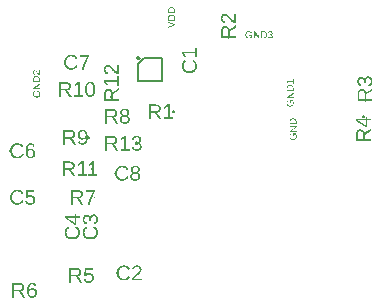
<source format=gbr>
G04 EAGLE Gerber RS-274X export*
G75*
%MOMM*%
%FSLAX34Y34*%
%LPD*%
%INSilkscreen Top*%
%IPPOS*%
%AMOC8*
5,1,8,0,0,1.08239X$1,22.5*%
G01*
G04 Define Apertures*
%ADD10C,0.200000*%
%ADD11C,0.050000*%
G36*
X207133Y122792D02*
X206769Y122798D01*
X206415Y122817D01*
X206071Y122848D01*
X205737Y122892D01*
X205413Y122948D01*
X205099Y123016D01*
X204795Y123097D01*
X204501Y123191D01*
X204217Y123297D01*
X203943Y123415D01*
X203425Y123689D01*
X202946Y124013D01*
X202508Y124386D01*
X202116Y124804D01*
X201776Y125260D01*
X201626Y125502D01*
X201489Y125754D01*
X201365Y126016D01*
X201254Y126287D01*
X201156Y126567D01*
X201071Y126858D01*
X200999Y127158D01*
X200940Y127467D01*
X200894Y127786D01*
X200861Y128115D01*
X200842Y128453D01*
X200835Y128801D01*
X200847Y129283D01*
X200883Y129745D01*
X200944Y130187D01*
X201028Y130609D01*
X201136Y131011D01*
X201269Y131392D01*
X201425Y131753D01*
X201606Y132094D01*
X201810Y132413D01*
X202038Y132711D01*
X202289Y132987D01*
X202563Y133241D01*
X202860Y133473D01*
X203181Y133683D01*
X203525Y133872D01*
X203892Y134038D01*
X204418Y132453D01*
X204156Y132337D01*
X203911Y132206D01*
X203681Y132058D01*
X203467Y131893D01*
X203269Y131713D01*
X203087Y131516D01*
X202921Y131303D01*
X202771Y131073D01*
X202638Y130830D01*
X202522Y130576D01*
X202424Y130311D01*
X202344Y130034D01*
X202282Y129747D01*
X202237Y129448D01*
X202211Y129139D01*
X202202Y128818D01*
X202222Y128320D01*
X202284Y127850D01*
X202387Y127409D01*
X202531Y126996D01*
X202717Y126612D01*
X202943Y126256D01*
X203211Y125929D01*
X203520Y125630D01*
X203865Y125363D01*
X204240Y125132D01*
X204646Y124936D01*
X205082Y124776D01*
X205549Y124651D01*
X206046Y124562D01*
X206574Y124509D01*
X207133Y124491D01*
X207686Y124510D01*
X208211Y124565D01*
X208709Y124658D01*
X209179Y124788D01*
X209621Y124955D01*
X210035Y125159D01*
X210422Y125400D01*
X210781Y125678D01*
X211104Y125988D01*
X211384Y126324D01*
X211621Y126686D01*
X211815Y127074D01*
X211966Y127488D01*
X212074Y127929D01*
X212139Y128395D01*
X212160Y128888D01*
X212150Y129207D01*
X212120Y129516D01*
X212070Y129815D01*
X212000Y130104D01*
X211909Y130383D01*
X211799Y130651D01*
X211669Y130910D01*
X211519Y131159D01*
X211348Y131397D01*
X211158Y131626D01*
X210947Y131844D01*
X210717Y132053D01*
X210466Y132251D01*
X210195Y132439D01*
X209905Y132617D01*
X209594Y132786D01*
X210277Y134152D01*
X210664Y133952D01*
X211026Y133732D01*
X211365Y133494D01*
X211681Y133236D01*
X211972Y132958D01*
X212239Y132662D01*
X212483Y132346D01*
X212703Y132011D01*
X212898Y131659D01*
X213067Y131293D01*
X213210Y130914D01*
X213327Y130520D01*
X213418Y130113D01*
X213483Y129693D01*
X213522Y129258D01*
X213535Y128809D01*
X213523Y128351D01*
X213487Y127908D01*
X213426Y127481D01*
X213341Y127070D01*
X213232Y126674D01*
X213099Y126294D01*
X212942Y125930D01*
X212760Y125582D01*
X212556Y125251D01*
X212331Y124941D01*
X212085Y124651D01*
X211819Y124382D01*
X211531Y124132D01*
X211223Y123903D01*
X210894Y123695D01*
X210544Y123506D01*
X210176Y123339D01*
X209791Y123194D01*
X209389Y123071D01*
X208971Y122971D01*
X208536Y122893D01*
X208085Y122837D01*
X207617Y122803D01*
X207133Y122792D01*
G37*
G36*
X213360Y136216D02*
X212020Y136216D01*
X212020Y139361D01*
X202526Y139361D01*
X204514Y136575D01*
X203025Y136575D01*
X201019Y139492D01*
X201019Y140946D01*
X212020Y140946D01*
X212020Y143950D01*
X213360Y143950D01*
X213360Y136216D01*
G37*
G36*
X151743Y-52805D02*
X151285Y-52793D01*
X150842Y-52757D01*
X150415Y-52696D01*
X150004Y-52611D01*
X149608Y-52502D01*
X149228Y-52369D01*
X148864Y-52212D01*
X148516Y-52030D01*
X148185Y-51826D01*
X147875Y-51601D01*
X147585Y-51355D01*
X147316Y-51089D01*
X147066Y-50801D01*
X146837Y-50493D01*
X146629Y-50164D01*
X146440Y-49814D01*
X146273Y-49446D01*
X146128Y-49061D01*
X146005Y-48659D01*
X145905Y-48241D01*
X145827Y-47806D01*
X145771Y-47355D01*
X145737Y-46887D01*
X145726Y-46403D01*
X145732Y-46039D01*
X145751Y-45685D01*
X145782Y-45341D01*
X145826Y-45007D01*
X145882Y-44683D01*
X145950Y-44369D01*
X146031Y-44065D01*
X146125Y-43771D01*
X146231Y-43487D01*
X146349Y-43213D01*
X146623Y-42695D01*
X146947Y-42216D01*
X147320Y-41778D01*
X147738Y-41386D01*
X148194Y-41046D01*
X148436Y-40896D01*
X148688Y-40759D01*
X148950Y-40635D01*
X149221Y-40524D01*
X149501Y-40426D01*
X149792Y-40341D01*
X150092Y-40269D01*
X150401Y-40210D01*
X150720Y-40164D01*
X151049Y-40131D01*
X151387Y-40112D01*
X151735Y-40105D01*
X152217Y-40117D01*
X152679Y-40153D01*
X153121Y-40214D01*
X153543Y-40298D01*
X153945Y-40406D01*
X154326Y-40539D01*
X154687Y-40695D01*
X155028Y-40876D01*
X155347Y-41080D01*
X155645Y-41308D01*
X155921Y-41559D01*
X156175Y-41833D01*
X156407Y-42130D01*
X156617Y-42451D01*
X156806Y-42795D01*
X156972Y-43162D01*
X155387Y-43688D01*
X155271Y-43426D01*
X155140Y-43181D01*
X154992Y-42951D01*
X154827Y-42737D01*
X154647Y-42539D01*
X154450Y-42357D01*
X154237Y-42191D01*
X154007Y-42041D01*
X153764Y-41908D01*
X153510Y-41792D01*
X153245Y-41694D01*
X152968Y-41614D01*
X152681Y-41552D01*
X152382Y-41507D01*
X152073Y-41481D01*
X151752Y-41472D01*
X151254Y-41492D01*
X150784Y-41554D01*
X150343Y-41657D01*
X149930Y-41801D01*
X149546Y-41987D01*
X149190Y-42213D01*
X148863Y-42481D01*
X148564Y-42790D01*
X148297Y-43135D01*
X148066Y-43510D01*
X147870Y-43916D01*
X147710Y-44352D01*
X147585Y-44819D01*
X147496Y-45316D01*
X147443Y-45844D01*
X147425Y-46403D01*
X147444Y-46956D01*
X147499Y-47481D01*
X147592Y-47979D01*
X147722Y-48449D01*
X147889Y-48891D01*
X148093Y-49305D01*
X148334Y-49692D01*
X148612Y-50051D01*
X148922Y-50374D01*
X149258Y-50654D01*
X149620Y-50891D01*
X150008Y-51085D01*
X150422Y-51236D01*
X150863Y-51344D01*
X151329Y-51409D01*
X151822Y-51430D01*
X152141Y-51420D01*
X152450Y-51390D01*
X152749Y-51340D01*
X153038Y-51270D01*
X153317Y-51179D01*
X153585Y-51069D01*
X153844Y-50939D01*
X154093Y-50789D01*
X154331Y-50618D01*
X154560Y-50428D01*
X154778Y-50217D01*
X154987Y-49987D01*
X155185Y-49736D01*
X155373Y-49465D01*
X155551Y-49175D01*
X155720Y-48864D01*
X157086Y-49547D01*
X156886Y-49934D01*
X156666Y-50296D01*
X156428Y-50635D01*
X156170Y-50951D01*
X155892Y-51242D01*
X155596Y-51509D01*
X155280Y-51753D01*
X154945Y-51973D01*
X154593Y-52168D01*
X154227Y-52337D01*
X153848Y-52480D01*
X153454Y-52597D01*
X153047Y-52688D01*
X152627Y-52753D01*
X152192Y-52792D01*
X151743Y-52805D01*
G37*
G36*
X166858Y-52630D02*
X158686Y-52630D01*
X158686Y-51518D01*
X158922Y-51020D01*
X159182Y-50553D01*
X159467Y-50116D01*
X159777Y-49709D01*
X160103Y-49326D01*
X160437Y-48962D01*
X160779Y-48617D01*
X161130Y-48290D01*
X161836Y-47678D01*
X162536Y-47112D01*
X163198Y-46569D01*
X163792Y-46026D01*
X164059Y-45751D01*
X164299Y-45470D01*
X164512Y-45182D01*
X164699Y-44887D01*
X164850Y-44580D01*
X164958Y-44252D01*
X165023Y-43905D01*
X165045Y-43539D01*
X165036Y-43292D01*
X165008Y-43059D01*
X164961Y-42841D01*
X164896Y-42637D01*
X164812Y-42447D01*
X164710Y-42271D01*
X164589Y-42109D01*
X164449Y-41962D01*
X164293Y-41831D01*
X164122Y-41717D01*
X163937Y-41621D01*
X163738Y-41542D01*
X163523Y-41480D01*
X163295Y-41437D01*
X163052Y-41410D01*
X162794Y-41402D01*
X162548Y-41410D01*
X162312Y-41436D01*
X162088Y-41479D01*
X161875Y-41538D01*
X161673Y-41615D01*
X161483Y-41709D01*
X161303Y-41821D01*
X161134Y-41949D01*
X160979Y-42093D01*
X160842Y-42250D01*
X160721Y-42422D01*
X160616Y-42607D01*
X160529Y-42806D01*
X160458Y-43019D01*
X160405Y-43246D01*
X160368Y-43486D01*
X158756Y-43337D01*
X158814Y-42977D01*
X158900Y-42635D01*
X159015Y-42312D01*
X159158Y-42008D01*
X159329Y-41723D01*
X159529Y-41457D01*
X159757Y-41210D01*
X160013Y-40981D01*
X160293Y-40776D01*
X160592Y-40598D01*
X160911Y-40447D01*
X161249Y-40324D01*
X161606Y-40228D01*
X161983Y-40160D01*
X162379Y-40119D01*
X162794Y-40105D01*
X163247Y-40119D01*
X163673Y-40160D01*
X164072Y-40229D01*
X164444Y-40325D01*
X164789Y-40449D01*
X165107Y-40600D01*
X165398Y-40779D01*
X165662Y-40986D01*
X165897Y-41217D01*
X166101Y-41472D01*
X166273Y-41750D01*
X166414Y-42051D01*
X166524Y-42375D01*
X166602Y-42722D01*
X166649Y-43093D01*
X166665Y-43486D01*
X166645Y-43845D01*
X166583Y-44202D01*
X166480Y-44558D01*
X166337Y-44914D01*
X166153Y-45268D01*
X165928Y-45623D01*
X165664Y-45978D01*
X165360Y-46333D01*
X164962Y-46736D01*
X164416Y-47237D01*
X163723Y-47835D01*
X162881Y-48531D01*
X162404Y-48933D01*
X161977Y-49314D01*
X161602Y-49675D01*
X161279Y-50016D01*
X161002Y-50343D01*
X160766Y-50665D01*
X160573Y-50980D01*
X160420Y-51290D01*
X166858Y-51290D01*
X166858Y-52630D01*
G37*
G36*
X123313Y-18178D02*
X122949Y-18172D01*
X122595Y-18153D01*
X122251Y-18122D01*
X121917Y-18078D01*
X121593Y-18022D01*
X121279Y-17954D01*
X120975Y-17873D01*
X120681Y-17779D01*
X120397Y-17674D01*
X120123Y-17555D01*
X119605Y-17281D01*
X119126Y-16957D01*
X118688Y-16584D01*
X118296Y-16166D01*
X117956Y-15710D01*
X117806Y-15468D01*
X117669Y-15216D01*
X117545Y-14954D01*
X117434Y-14683D01*
X117336Y-14403D01*
X117251Y-14112D01*
X117179Y-13812D01*
X117120Y-13503D01*
X117074Y-13184D01*
X117041Y-12855D01*
X117022Y-12517D01*
X117015Y-12170D01*
X117027Y-11687D01*
X117063Y-11225D01*
X117124Y-10783D01*
X117208Y-10361D01*
X117316Y-9959D01*
X117449Y-9578D01*
X117605Y-9217D01*
X117786Y-8876D01*
X117990Y-8557D01*
X118218Y-8259D01*
X118469Y-7983D01*
X118743Y-7729D01*
X119040Y-7497D01*
X119361Y-7287D01*
X119705Y-7098D01*
X120072Y-6932D01*
X120598Y-8517D01*
X120336Y-8633D01*
X120091Y-8764D01*
X119861Y-8912D01*
X119647Y-9077D01*
X119449Y-9257D01*
X119267Y-9454D01*
X119101Y-9667D01*
X118951Y-9897D01*
X118818Y-10140D01*
X118702Y-10394D01*
X118604Y-10659D01*
X118524Y-10936D01*
X118462Y-11223D01*
X118417Y-11522D01*
X118391Y-11831D01*
X118382Y-12152D01*
X118402Y-12650D01*
X118464Y-13120D01*
X118567Y-13561D01*
X118711Y-13974D01*
X118897Y-14358D01*
X119123Y-14714D01*
X119391Y-15041D01*
X119700Y-15340D01*
X120045Y-15607D01*
X120420Y-15838D01*
X120826Y-16034D01*
X121262Y-16194D01*
X121729Y-16319D01*
X122226Y-16408D01*
X122754Y-16461D01*
X123313Y-16479D01*
X123866Y-16460D01*
X124391Y-16405D01*
X124889Y-16312D01*
X125359Y-16182D01*
X125801Y-16015D01*
X126215Y-15811D01*
X126602Y-15570D01*
X126961Y-15292D01*
X127284Y-14982D01*
X127564Y-14646D01*
X127801Y-14284D01*
X127995Y-13896D01*
X128146Y-13482D01*
X128254Y-13041D01*
X128319Y-12575D01*
X128340Y-12082D01*
X128330Y-11763D01*
X128300Y-11454D01*
X128250Y-11155D01*
X128180Y-10866D01*
X128089Y-10587D01*
X127979Y-10319D01*
X127849Y-10060D01*
X127699Y-9811D01*
X127528Y-9573D01*
X127338Y-9344D01*
X127127Y-9126D01*
X126897Y-8917D01*
X126646Y-8719D01*
X126375Y-8531D01*
X126085Y-8353D01*
X125774Y-8184D01*
X126457Y-6818D01*
X126844Y-7018D01*
X127206Y-7238D01*
X127545Y-7476D01*
X127861Y-7734D01*
X128152Y-8012D01*
X128419Y-8308D01*
X128663Y-8624D01*
X128883Y-8960D01*
X129078Y-9311D01*
X129247Y-9677D01*
X129390Y-10056D01*
X129507Y-10450D01*
X129598Y-10857D01*
X129663Y-11278D01*
X129702Y-11712D01*
X129715Y-12161D01*
X129703Y-12619D01*
X129667Y-13062D01*
X129606Y-13489D01*
X129521Y-13900D01*
X129412Y-14296D01*
X129279Y-14676D01*
X129122Y-15040D01*
X128940Y-15388D01*
X128736Y-15719D01*
X128511Y-16029D01*
X128265Y-16319D01*
X127999Y-16588D01*
X127711Y-16838D01*
X127403Y-17067D01*
X127074Y-17275D01*
X126724Y-17464D01*
X126356Y-17631D01*
X125971Y-17776D01*
X125569Y-17899D01*
X125151Y-17999D01*
X124716Y-18078D01*
X124265Y-18133D01*
X123797Y-18167D01*
X123313Y-18178D01*
G37*
G36*
X126369Y-5437D02*
X126221Y-3808D01*
X126486Y-3760D01*
X126734Y-3697D01*
X126965Y-3617D01*
X127179Y-3521D01*
X127375Y-3410D01*
X127555Y-3282D01*
X127717Y-3138D01*
X127863Y-2978D01*
X127991Y-2802D01*
X128102Y-2610D01*
X128196Y-2401D01*
X128273Y-2177D01*
X128333Y-1937D01*
X128376Y-1680D01*
X128402Y-1408D01*
X128410Y-1119D01*
X128401Y-829D01*
X128374Y-555D01*
X128328Y-298D01*
X128263Y-56D01*
X128181Y170D01*
X128080Y380D01*
X127961Y573D01*
X127823Y751D01*
X127668Y910D01*
X127494Y1048D01*
X127303Y1165D01*
X127094Y1260D01*
X126867Y1334D01*
X126623Y1387D01*
X126361Y1419D01*
X126080Y1430D01*
X125836Y1418D01*
X125604Y1381D01*
X125387Y1321D01*
X125184Y1236D01*
X124994Y1127D01*
X124818Y994D01*
X124656Y836D01*
X124508Y655D01*
X124376Y450D01*
X124261Y224D01*
X124164Y-23D01*
X124085Y-292D01*
X124023Y-583D01*
X123979Y-895D01*
X123952Y-1228D01*
X123943Y-1583D01*
X123943Y-2476D01*
X122577Y-2476D01*
X122577Y-1618D01*
X122568Y-1303D01*
X122542Y-1006D01*
X122498Y-728D01*
X122436Y-467D01*
X122356Y-225D01*
X122259Y-1D01*
X122144Y204D01*
X122012Y392D01*
X121864Y559D01*
X121703Y704D01*
X121527Y827D01*
X121339Y927D01*
X121137Y1005D01*
X120921Y1061D01*
X120692Y1095D01*
X120449Y1106D01*
X120208Y1097D01*
X119980Y1069D01*
X119765Y1024D01*
X119563Y960D01*
X119374Y878D01*
X119198Y778D01*
X119035Y660D01*
X118885Y523D01*
X118751Y369D01*
X118634Y197D01*
X118536Y7D01*
X118455Y-200D01*
X118392Y-425D01*
X118347Y-668D01*
X118321Y-928D01*
X118312Y-1206D01*
X118320Y-1461D01*
X118345Y-1703D01*
X118387Y-1932D01*
X118445Y-2149D01*
X118520Y-2354D01*
X118612Y-2546D01*
X118721Y-2725D01*
X118846Y-2893D01*
X118986Y-3045D01*
X119140Y-3181D01*
X119308Y-3300D01*
X119490Y-3402D01*
X119685Y-3487D01*
X119894Y-3555D01*
X120116Y-3607D01*
X120352Y-3641D01*
X120230Y-5227D01*
X119861Y-5169D01*
X119514Y-5082D01*
X119187Y-4968D01*
X118881Y-4825D01*
X118596Y-4654D01*
X118331Y-4454D01*
X118088Y-4226D01*
X117865Y-3970D01*
X117666Y-3690D01*
X117493Y-3390D01*
X117347Y-3072D01*
X117228Y-2734D01*
X117135Y-2377D01*
X117068Y-2000D01*
X117029Y-1604D01*
X117015Y-1189D01*
X117029Y-738D01*
X117069Y-312D01*
X117137Y87D01*
X117231Y461D01*
X117352Y809D01*
X117501Y1131D01*
X117676Y1427D01*
X117878Y1697D01*
X118104Y1938D01*
X118352Y2147D01*
X118621Y2324D01*
X118910Y2469D01*
X119222Y2581D01*
X119554Y2662D01*
X119907Y2710D01*
X120282Y2726D01*
X120571Y2716D01*
X120846Y2685D01*
X121107Y2633D01*
X121354Y2561D01*
X121587Y2468D01*
X121807Y2354D01*
X122013Y2220D01*
X122205Y2065D01*
X122382Y1890D01*
X122545Y1697D01*
X122693Y1485D01*
X122826Y1254D01*
X122943Y1004D01*
X123046Y735D01*
X123134Y448D01*
X123208Y142D01*
X123243Y142D01*
X123290Y479D01*
X123356Y796D01*
X123443Y1094D01*
X123549Y1373D01*
X123675Y1633D01*
X123821Y1873D01*
X123986Y2095D01*
X124171Y2297D01*
X124372Y2478D01*
X124586Y2634D01*
X124812Y2767D01*
X125051Y2875D01*
X125303Y2959D01*
X125567Y3020D01*
X125844Y3056D01*
X126133Y3068D01*
X126548Y3051D01*
X126939Y3000D01*
X127306Y2915D01*
X127648Y2796D01*
X127967Y2643D01*
X128261Y2457D01*
X128532Y2236D01*
X128778Y1982D01*
X128998Y1696D01*
X129188Y1381D01*
X129349Y1037D01*
X129481Y663D01*
X129583Y261D01*
X129657Y-170D01*
X129701Y-630D01*
X129715Y-1119D01*
X129702Y-1576D01*
X129662Y-2009D01*
X129596Y-2418D01*
X129504Y-2804D01*
X129385Y-3166D01*
X129240Y-3504D01*
X129068Y-3819D01*
X128870Y-4110D01*
X128646Y-4375D01*
X128397Y-4612D01*
X128122Y-4820D01*
X127822Y-5000D01*
X127497Y-5152D01*
X127146Y-5275D01*
X126771Y-5370D01*
X126369Y-5437D01*
G37*
G36*
X111506Y-5708D02*
X110280Y-5708D01*
X101959Y-59D01*
X101959Y1596D01*
X110262Y1596D01*
X110262Y3330D01*
X111506Y3330D01*
X111506Y1596D01*
X114300Y1596D01*
X114300Y107D01*
X111506Y107D01*
X111506Y-5708D01*
G37*
%LPC*%
G36*
X110262Y-4254D02*
X110262Y107D01*
X103737Y107D01*
X104201Y-138D01*
X104779Y-480D01*
X109439Y-3641D01*
X110087Y-4114D01*
X110262Y-4254D01*
G37*
%LPD*%
G36*
X108073Y-18178D02*
X107709Y-18172D01*
X107355Y-18153D01*
X107011Y-18122D01*
X106677Y-18078D01*
X106353Y-18022D01*
X106039Y-17954D01*
X105735Y-17873D01*
X105441Y-17779D01*
X105157Y-17674D01*
X104883Y-17555D01*
X104365Y-17281D01*
X103886Y-16957D01*
X103448Y-16584D01*
X103056Y-16166D01*
X102716Y-15710D01*
X102566Y-15468D01*
X102429Y-15216D01*
X102305Y-14954D01*
X102194Y-14683D01*
X102096Y-14403D01*
X102011Y-14112D01*
X101939Y-13812D01*
X101880Y-13503D01*
X101834Y-13184D01*
X101801Y-12855D01*
X101782Y-12517D01*
X101775Y-12170D01*
X101787Y-11687D01*
X101823Y-11225D01*
X101884Y-10783D01*
X101968Y-10361D01*
X102076Y-9959D01*
X102209Y-9578D01*
X102365Y-9217D01*
X102546Y-8876D01*
X102750Y-8557D01*
X102978Y-8259D01*
X103229Y-7983D01*
X103503Y-7729D01*
X103800Y-7497D01*
X104121Y-7287D01*
X104465Y-7098D01*
X104832Y-6932D01*
X105358Y-8517D01*
X105096Y-8633D01*
X104851Y-8764D01*
X104621Y-8912D01*
X104407Y-9077D01*
X104209Y-9257D01*
X104027Y-9454D01*
X103861Y-9667D01*
X103711Y-9897D01*
X103578Y-10140D01*
X103462Y-10394D01*
X103364Y-10659D01*
X103284Y-10936D01*
X103222Y-11223D01*
X103177Y-11522D01*
X103151Y-11831D01*
X103142Y-12152D01*
X103162Y-12650D01*
X103224Y-13120D01*
X103327Y-13561D01*
X103471Y-13974D01*
X103657Y-14358D01*
X103883Y-14714D01*
X104151Y-15041D01*
X104460Y-15340D01*
X104805Y-15607D01*
X105180Y-15838D01*
X105586Y-16034D01*
X106022Y-16194D01*
X106489Y-16319D01*
X106986Y-16408D01*
X107514Y-16461D01*
X108073Y-16479D01*
X108626Y-16460D01*
X109151Y-16405D01*
X109649Y-16312D01*
X110119Y-16182D01*
X110561Y-16015D01*
X110975Y-15811D01*
X111362Y-15570D01*
X111721Y-15292D01*
X112044Y-14982D01*
X112324Y-14646D01*
X112561Y-14284D01*
X112755Y-13896D01*
X112906Y-13482D01*
X113014Y-13041D01*
X113079Y-12575D01*
X113100Y-12082D01*
X113090Y-11763D01*
X113060Y-11454D01*
X113010Y-11155D01*
X112940Y-10866D01*
X112849Y-10587D01*
X112739Y-10319D01*
X112609Y-10060D01*
X112459Y-9811D01*
X112288Y-9573D01*
X112098Y-9344D01*
X111887Y-9126D01*
X111657Y-8917D01*
X111406Y-8719D01*
X111135Y-8531D01*
X110845Y-8353D01*
X110534Y-8184D01*
X111217Y-6818D01*
X111604Y-7018D01*
X111966Y-7238D01*
X112305Y-7476D01*
X112621Y-7734D01*
X112912Y-8012D01*
X113179Y-8308D01*
X113423Y-8624D01*
X113643Y-8960D01*
X113838Y-9311D01*
X114007Y-9677D01*
X114150Y-10056D01*
X114267Y-10450D01*
X114358Y-10857D01*
X114423Y-11278D01*
X114462Y-11712D01*
X114475Y-12161D01*
X114463Y-12619D01*
X114427Y-13062D01*
X114366Y-13489D01*
X114281Y-13900D01*
X114172Y-14296D01*
X114039Y-14676D01*
X113882Y-15040D01*
X113700Y-15388D01*
X113496Y-15719D01*
X113271Y-16029D01*
X113025Y-16319D01*
X112759Y-16588D01*
X112471Y-16838D01*
X112163Y-17067D01*
X111834Y-17275D01*
X111484Y-17464D01*
X111116Y-17631D01*
X110731Y-17776D01*
X110329Y-17899D01*
X109911Y-17999D01*
X109476Y-18078D01*
X109025Y-18133D01*
X108557Y-18167D01*
X108073Y-18178D01*
G37*
G36*
X61499Y11255D02*
X61041Y11267D01*
X60598Y11303D01*
X60171Y11364D01*
X59760Y11449D01*
X59364Y11558D01*
X58984Y11691D01*
X58620Y11848D01*
X58272Y12030D01*
X57941Y12234D01*
X57631Y12459D01*
X57341Y12705D01*
X57072Y12972D01*
X56822Y13259D01*
X56593Y13567D01*
X56385Y13896D01*
X56196Y14246D01*
X56029Y14614D01*
X55884Y14999D01*
X55761Y15401D01*
X55661Y15819D01*
X55583Y16254D01*
X55527Y16705D01*
X55493Y17173D01*
X55482Y17657D01*
X55488Y18021D01*
X55507Y18375D01*
X55538Y18719D01*
X55582Y19053D01*
X55638Y19377D01*
X55706Y19691D01*
X55787Y19995D01*
X55881Y20289D01*
X55987Y20573D01*
X56105Y20847D01*
X56379Y21365D01*
X56703Y21844D01*
X57076Y22282D01*
X57494Y22674D01*
X57950Y23014D01*
X58192Y23164D01*
X58444Y23301D01*
X58706Y23425D01*
X58977Y23536D01*
X59257Y23635D01*
X59548Y23719D01*
X59848Y23791D01*
X60157Y23850D01*
X60476Y23896D01*
X60805Y23929D01*
X61143Y23948D01*
X61491Y23955D01*
X61973Y23943D01*
X62435Y23907D01*
X62877Y23846D01*
X63299Y23762D01*
X63701Y23654D01*
X64082Y23521D01*
X64443Y23365D01*
X64784Y23184D01*
X65103Y22980D01*
X65401Y22752D01*
X65677Y22501D01*
X65931Y22227D01*
X66163Y21930D01*
X66373Y21609D01*
X66562Y21265D01*
X66728Y20898D01*
X65143Y20372D01*
X65027Y20634D01*
X64896Y20879D01*
X64748Y21109D01*
X64583Y21323D01*
X64403Y21521D01*
X64206Y21703D01*
X63993Y21869D01*
X63763Y22019D01*
X63520Y22153D01*
X63266Y22268D01*
X63001Y22366D01*
X62724Y22446D01*
X62437Y22508D01*
X62138Y22553D01*
X61829Y22579D01*
X61508Y22588D01*
X61010Y22568D01*
X60540Y22506D01*
X60099Y22403D01*
X59686Y22259D01*
X59302Y22073D01*
X58946Y21847D01*
X58619Y21579D01*
X58320Y21270D01*
X58053Y20925D01*
X57822Y20550D01*
X57626Y20144D01*
X57466Y19708D01*
X57341Y19241D01*
X57252Y18744D01*
X57199Y18216D01*
X57181Y17657D01*
X57200Y17104D01*
X57255Y16579D01*
X57348Y16081D01*
X57478Y15611D01*
X57645Y15169D01*
X57849Y14755D01*
X58090Y14368D01*
X58368Y14009D01*
X58678Y13686D01*
X59014Y13406D01*
X59376Y13169D01*
X59764Y12975D01*
X60178Y12824D01*
X60619Y12716D01*
X61085Y12651D01*
X61578Y12630D01*
X61897Y12640D01*
X62206Y12670D01*
X62505Y12720D01*
X62794Y12790D01*
X63073Y12881D01*
X63341Y12991D01*
X63600Y13121D01*
X63849Y13271D01*
X64087Y13442D01*
X64316Y13632D01*
X64534Y13843D01*
X64743Y14073D01*
X64941Y14324D01*
X65129Y14595D01*
X65307Y14885D01*
X65476Y15196D01*
X66842Y14513D01*
X66642Y14126D01*
X66422Y13764D01*
X66184Y13425D01*
X65926Y13109D01*
X65648Y12818D01*
X65352Y12551D01*
X65036Y12307D01*
X64701Y12087D01*
X64349Y11892D01*
X63983Y11723D01*
X63604Y11580D01*
X63210Y11463D01*
X62803Y11372D01*
X62383Y11307D01*
X61948Y11268D01*
X61499Y11255D01*
G37*
G36*
X72383Y11255D02*
X71963Y11267D01*
X71562Y11302D01*
X71183Y11361D01*
X70824Y11443D01*
X70487Y11549D01*
X70170Y11679D01*
X69874Y11832D01*
X69598Y12008D01*
X69345Y12207D01*
X69117Y12427D01*
X68913Y12668D01*
X68733Y12930D01*
X68578Y13213D01*
X68447Y13517D01*
X68340Y13843D01*
X68258Y14189D01*
X69852Y14373D01*
X69921Y14151D01*
X70002Y13944D01*
X70095Y13751D01*
X70200Y13572D01*
X70317Y13408D01*
X70447Y13257D01*
X70589Y13122D01*
X70743Y13000D01*
X70910Y12893D01*
X71089Y12800D01*
X71280Y12721D01*
X71483Y12657D01*
X71698Y12607D01*
X71926Y12571D01*
X72166Y12549D01*
X72419Y12542D01*
X72727Y12554D01*
X73019Y12590D01*
X73293Y12650D01*
X73551Y12734D01*
X73790Y12842D01*
X74013Y12973D01*
X74219Y13129D01*
X74407Y13309D01*
X74575Y13509D01*
X74721Y13728D01*
X74844Y13964D01*
X74945Y14219D01*
X75024Y14491D01*
X75080Y14781D01*
X75114Y15089D01*
X75125Y15415D01*
X75114Y15699D01*
X75080Y15970D01*
X75023Y16226D01*
X74944Y16468D01*
X74843Y16697D01*
X74718Y16911D01*
X74572Y17112D01*
X74402Y17298D01*
X74214Y17467D01*
X74010Y17612D01*
X73790Y17736D01*
X73554Y17837D01*
X73302Y17915D01*
X73035Y17972D01*
X72752Y18005D01*
X72454Y18016D01*
X72139Y18004D01*
X71836Y17966D01*
X71544Y17903D01*
X71262Y17815D01*
X70986Y17697D01*
X70711Y17543D01*
X70435Y17355D01*
X70159Y17132D01*
X68617Y17132D01*
X69029Y23771D01*
X76045Y23771D01*
X76045Y22431D01*
X70465Y22431D01*
X70229Y18516D01*
X70493Y18700D01*
X70772Y18861D01*
X71068Y18996D01*
X71378Y19107D01*
X71705Y19193D01*
X72047Y19255D01*
X72404Y19292D01*
X72778Y19304D01*
X73221Y19287D01*
X73642Y19237D01*
X74040Y19154D01*
X74414Y19037D01*
X74766Y18887D01*
X75094Y18703D01*
X75399Y18486D01*
X75681Y18235D01*
X75935Y17958D01*
X76154Y17661D01*
X76340Y17343D01*
X76492Y17005D01*
X76611Y16647D01*
X76695Y16268D01*
X76746Y15869D01*
X76763Y15450D01*
X76745Y14975D01*
X76690Y14526D01*
X76600Y14102D01*
X76473Y13705D01*
X76309Y13334D01*
X76110Y12988D01*
X75874Y12669D01*
X75602Y12376D01*
X75298Y12113D01*
X74966Y11885D01*
X74606Y11693D01*
X74217Y11535D01*
X73801Y11413D01*
X73356Y11325D01*
X72884Y11272D01*
X72383Y11255D01*
G37*
G36*
X72743Y50625D02*
X72486Y50631D01*
X72237Y50649D01*
X71762Y50722D01*
X71317Y50843D01*
X70903Y51012D01*
X70520Y51230D01*
X70168Y51497D01*
X69846Y51812D01*
X69554Y52175D01*
X69296Y52585D01*
X69072Y53038D01*
X68882Y53536D01*
X68727Y54078D01*
X68606Y54664D01*
X68520Y55294D01*
X68468Y55968D01*
X68451Y56686D01*
X68469Y57464D01*
X68523Y58195D01*
X68612Y58881D01*
X68738Y59519D01*
X68899Y60111D01*
X69096Y60657D01*
X69329Y61156D01*
X69598Y61608D01*
X69900Y62010D01*
X70233Y62359D01*
X70596Y62654D01*
X70989Y62896D01*
X71412Y63083D01*
X71635Y63157D01*
X71866Y63217D01*
X72105Y63264D01*
X72350Y63298D01*
X72604Y63318D01*
X72865Y63325D01*
X73206Y63315D01*
X73531Y63285D01*
X73840Y63236D01*
X74133Y63168D01*
X74410Y63079D01*
X74670Y62971D01*
X74914Y62844D01*
X75142Y62696D01*
X75354Y62529D01*
X75550Y62343D01*
X75730Y62137D01*
X75893Y61911D01*
X76041Y61665D01*
X76172Y61400D01*
X76287Y61115D01*
X76386Y60811D01*
X74880Y60540D01*
X74746Y60893D01*
X74579Y61199D01*
X74376Y61458D01*
X74140Y61669D01*
X73868Y61834D01*
X73563Y61952D01*
X73222Y62022D01*
X72848Y62046D01*
X72520Y62026D01*
X72211Y61967D01*
X71922Y61869D01*
X71651Y61732D01*
X71399Y61555D01*
X71167Y61339D01*
X70953Y61084D01*
X70759Y60789D01*
X70585Y60457D01*
X70435Y60090D01*
X70308Y59688D01*
X70204Y59251D01*
X70123Y58778D01*
X70065Y58271D01*
X70030Y57728D01*
X70019Y57150D01*
X70255Y57525D01*
X70535Y57852D01*
X70859Y58131D01*
X71227Y58363D01*
X71631Y58545D01*
X72064Y58675D01*
X72291Y58721D01*
X72525Y58753D01*
X72766Y58773D01*
X73014Y58779D01*
X73430Y58762D01*
X73824Y58712D01*
X74196Y58629D01*
X74546Y58512D01*
X74874Y58362D01*
X75179Y58178D01*
X75463Y57961D01*
X75725Y57710D01*
X75960Y57432D01*
X76164Y57130D01*
X76336Y56806D01*
X76477Y56458D01*
X76587Y56087D01*
X76665Y55694D01*
X76712Y55277D01*
X76728Y54838D01*
X76711Y54362D01*
X76661Y53913D01*
X76579Y53489D01*
X76463Y53090D01*
X76314Y52718D01*
X76132Y52371D01*
X75916Y52050D01*
X75668Y51755D01*
X75390Y51490D01*
X75088Y51260D01*
X74760Y51066D01*
X74407Y50907D01*
X74028Y50784D01*
X73625Y50695D01*
X73196Y50643D01*
X72743Y50625D01*
G37*
%LPC*%
G36*
X72690Y51895D02*
X72967Y51907D01*
X73229Y51943D01*
X73475Y52003D01*
X73706Y52086D01*
X73922Y52194D01*
X74122Y52326D01*
X74307Y52482D01*
X74477Y52661D01*
X74629Y52862D01*
X74760Y53080D01*
X74872Y53317D01*
X74963Y53571D01*
X75034Y53843D01*
X75084Y54133D01*
X75115Y54442D01*
X75125Y54768D01*
X75115Y55093D01*
X75084Y55399D01*
X75033Y55686D01*
X74961Y55954D01*
X74868Y56203D01*
X74755Y56433D01*
X74622Y56643D01*
X74468Y56835D01*
X74296Y57005D01*
X74107Y57153D01*
X73903Y57278D01*
X73682Y57380D01*
X73445Y57459D01*
X73192Y57516D01*
X72923Y57550D01*
X72637Y57562D01*
X72368Y57552D01*
X72112Y57521D01*
X71870Y57471D01*
X71640Y57401D01*
X71424Y57310D01*
X71221Y57199D01*
X71031Y57069D01*
X70855Y56918D01*
X70696Y56749D01*
X70558Y56566D01*
X70441Y56367D01*
X70346Y56153D01*
X70272Y55923D01*
X70219Y55679D01*
X70187Y55419D01*
X70176Y55144D01*
X70187Y54795D01*
X70220Y54463D01*
X70275Y54146D01*
X70353Y53846D01*
X70452Y53562D01*
X70573Y53293D01*
X70716Y53042D01*
X70881Y52806D01*
X71064Y52592D01*
X71259Y52407D01*
X71466Y52251D01*
X71686Y52123D01*
X71918Y52023D01*
X72163Y51952D01*
X72420Y51909D01*
X72690Y51895D01*
G37*
%LPD*%
G36*
X61499Y50625D02*
X61041Y50637D01*
X60598Y50673D01*
X60171Y50734D01*
X59760Y50819D01*
X59364Y50928D01*
X58984Y51061D01*
X58620Y51218D01*
X58272Y51400D01*
X57941Y51604D01*
X57631Y51829D01*
X57341Y52075D01*
X57072Y52342D01*
X56822Y52629D01*
X56593Y52937D01*
X56385Y53266D01*
X56196Y53616D01*
X56029Y53984D01*
X55884Y54369D01*
X55761Y54771D01*
X55661Y55189D01*
X55583Y55624D01*
X55527Y56075D01*
X55493Y56543D01*
X55482Y57027D01*
X55488Y57391D01*
X55507Y57745D01*
X55538Y58089D01*
X55582Y58423D01*
X55638Y58747D01*
X55706Y59061D01*
X55787Y59365D01*
X55881Y59659D01*
X55987Y59943D01*
X56105Y60217D01*
X56379Y60735D01*
X56703Y61214D01*
X57076Y61652D01*
X57494Y62044D01*
X57950Y62384D01*
X58192Y62534D01*
X58444Y62671D01*
X58706Y62795D01*
X58977Y62906D01*
X59257Y63005D01*
X59548Y63089D01*
X59848Y63161D01*
X60157Y63220D01*
X60476Y63266D01*
X60805Y63299D01*
X61143Y63318D01*
X61491Y63325D01*
X61973Y63313D01*
X62435Y63277D01*
X62877Y63216D01*
X63299Y63132D01*
X63701Y63024D01*
X64082Y62891D01*
X64443Y62735D01*
X64784Y62554D01*
X65103Y62350D01*
X65401Y62122D01*
X65677Y61871D01*
X65931Y61597D01*
X66163Y61300D01*
X66373Y60979D01*
X66562Y60635D01*
X66728Y60268D01*
X65143Y59742D01*
X65027Y60004D01*
X64896Y60249D01*
X64748Y60479D01*
X64583Y60693D01*
X64403Y60891D01*
X64206Y61073D01*
X63993Y61239D01*
X63763Y61389D01*
X63520Y61523D01*
X63266Y61638D01*
X63001Y61736D01*
X62724Y61816D01*
X62437Y61878D01*
X62138Y61923D01*
X61829Y61949D01*
X61508Y61958D01*
X61010Y61938D01*
X60540Y61876D01*
X60099Y61773D01*
X59686Y61629D01*
X59302Y61443D01*
X58946Y61217D01*
X58619Y60949D01*
X58320Y60640D01*
X58053Y60295D01*
X57822Y59920D01*
X57626Y59514D01*
X57466Y59078D01*
X57341Y58611D01*
X57252Y58114D01*
X57199Y57586D01*
X57181Y57027D01*
X57200Y56474D01*
X57255Y55949D01*
X57348Y55451D01*
X57478Y54981D01*
X57645Y54539D01*
X57849Y54125D01*
X58090Y53738D01*
X58368Y53379D01*
X58678Y53056D01*
X59014Y52776D01*
X59376Y52539D01*
X59764Y52345D01*
X60178Y52194D01*
X60619Y52086D01*
X61085Y52021D01*
X61578Y52000D01*
X61897Y52010D01*
X62206Y52040D01*
X62505Y52090D01*
X62794Y52160D01*
X63073Y52251D01*
X63341Y52361D01*
X63600Y52491D01*
X63849Y52641D01*
X64087Y52812D01*
X64316Y53002D01*
X64534Y53213D01*
X64743Y53443D01*
X64941Y53694D01*
X65129Y53965D01*
X65307Y54255D01*
X65476Y54566D01*
X66842Y53883D01*
X66642Y53496D01*
X66422Y53134D01*
X66184Y52795D01*
X65926Y52479D01*
X65648Y52188D01*
X65352Y51921D01*
X65036Y51677D01*
X64701Y51457D01*
X64349Y51262D01*
X63983Y51093D01*
X63604Y50950D01*
X63210Y50833D01*
X62803Y50742D01*
X62383Y50677D01*
X61948Y50638D01*
X61499Y50625D01*
G37*
G36*
X107219Y125555D02*
X106761Y125567D01*
X106318Y125603D01*
X105891Y125664D01*
X105480Y125749D01*
X105084Y125858D01*
X104704Y125991D01*
X104340Y126148D01*
X103992Y126330D01*
X103661Y126534D01*
X103351Y126759D01*
X103061Y127005D01*
X102792Y127272D01*
X102542Y127559D01*
X102313Y127867D01*
X102105Y128196D01*
X101916Y128546D01*
X101749Y128914D01*
X101604Y129299D01*
X101481Y129701D01*
X101381Y130119D01*
X101303Y130554D01*
X101247Y131005D01*
X101213Y131473D01*
X101202Y131957D01*
X101208Y132321D01*
X101227Y132675D01*
X101258Y133019D01*
X101302Y133353D01*
X101358Y133677D01*
X101426Y133991D01*
X101507Y134295D01*
X101601Y134589D01*
X101707Y134873D01*
X101825Y135147D01*
X102099Y135665D01*
X102423Y136144D01*
X102796Y136582D01*
X103214Y136974D01*
X103670Y137314D01*
X103912Y137464D01*
X104164Y137601D01*
X104426Y137725D01*
X104697Y137836D01*
X104977Y137935D01*
X105268Y138019D01*
X105568Y138091D01*
X105877Y138150D01*
X106196Y138196D01*
X106525Y138229D01*
X106863Y138248D01*
X107211Y138255D01*
X107693Y138243D01*
X108155Y138207D01*
X108597Y138146D01*
X109019Y138062D01*
X109421Y137954D01*
X109802Y137821D01*
X110163Y137665D01*
X110504Y137484D01*
X110823Y137280D01*
X111121Y137052D01*
X111397Y136801D01*
X111651Y136527D01*
X111883Y136230D01*
X112093Y135909D01*
X112282Y135565D01*
X112448Y135198D01*
X110863Y134672D01*
X110747Y134934D01*
X110616Y135179D01*
X110468Y135409D01*
X110303Y135623D01*
X110123Y135821D01*
X109926Y136003D01*
X109713Y136169D01*
X109483Y136319D01*
X109240Y136453D01*
X108986Y136568D01*
X108721Y136666D01*
X108444Y136746D01*
X108157Y136808D01*
X107858Y136853D01*
X107549Y136879D01*
X107228Y136888D01*
X106730Y136868D01*
X106260Y136806D01*
X105819Y136703D01*
X105406Y136559D01*
X105022Y136373D01*
X104666Y136147D01*
X104339Y135879D01*
X104040Y135570D01*
X103773Y135225D01*
X103542Y134850D01*
X103346Y134444D01*
X103186Y134008D01*
X103061Y133541D01*
X102972Y133044D01*
X102919Y132516D01*
X102901Y131957D01*
X102920Y131404D01*
X102975Y130879D01*
X103068Y130381D01*
X103198Y129911D01*
X103365Y129469D01*
X103569Y129055D01*
X103810Y128668D01*
X104088Y128309D01*
X104398Y127986D01*
X104734Y127706D01*
X105096Y127469D01*
X105484Y127275D01*
X105898Y127124D01*
X106339Y127016D01*
X106805Y126951D01*
X107298Y126930D01*
X107617Y126940D01*
X107926Y126970D01*
X108225Y127020D01*
X108514Y127090D01*
X108793Y127181D01*
X109061Y127291D01*
X109320Y127421D01*
X109569Y127571D01*
X109807Y127742D01*
X110036Y127932D01*
X110254Y128143D01*
X110463Y128373D01*
X110661Y128624D01*
X110849Y128895D01*
X111027Y129185D01*
X111196Y129496D01*
X112562Y128813D01*
X112362Y128426D01*
X112142Y128064D01*
X111904Y127725D01*
X111646Y127409D01*
X111368Y127118D01*
X111072Y126851D01*
X110756Y126607D01*
X110421Y126387D01*
X110069Y126192D01*
X109703Y126023D01*
X109324Y125880D01*
X108930Y125763D01*
X108523Y125672D01*
X108103Y125607D01*
X107668Y125568D01*
X107219Y125555D01*
G37*
G36*
X118103Y125730D02*
X116457Y125730D01*
X116473Y126325D01*
X116520Y126928D01*
X116598Y127539D01*
X116708Y128157D01*
X116849Y128784D01*
X117021Y129418D01*
X117225Y130060D01*
X117460Y130709D01*
X117731Y131375D01*
X118045Y132066D01*
X118401Y132782D01*
X118799Y133522D01*
X119238Y134287D01*
X119720Y135077D01*
X120244Y135891D01*
X120810Y136731D01*
X114180Y136731D01*
X114180Y138071D01*
X122334Y138071D01*
X122334Y136792D01*
X121457Y135425D01*
X120720Y134215D01*
X120122Y133161D01*
X119662Y132264D01*
X119297Y131448D01*
X118980Y130637D01*
X118712Y129832D01*
X118493Y129032D01*
X118323Y128228D01*
X118201Y127409D01*
X118128Y126577D01*
X118110Y126155D01*
X118103Y125730D01*
G37*
G36*
X161432Y31575D02*
X160951Y31590D01*
X160497Y31633D01*
X160069Y31707D01*
X159669Y31809D01*
X159295Y31941D01*
X158949Y32102D01*
X158629Y32292D01*
X158336Y32512D01*
X158074Y32759D01*
X157848Y33030D01*
X157656Y33326D01*
X157499Y33646D01*
X157377Y33991D01*
X157289Y34361D01*
X157237Y34756D01*
X157220Y35175D01*
X157230Y35471D01*
X157263Y35755D01*
X157317Y36027D01*
X157392Y36287D01*
X157490Y36535D01*
X157609Y36771D01*
X157749Y36995D01*
X157911Y37207D01*
X158090Y37402D01*
X158281Y37578D01*
X158485Y37733D01*
X158700Y37868D01*
X158927Y37983D01*
X159166Y38077D01*
X159417Y38151D01*
X159681Y38205D01*
X159681Y38240D01*
X159435Y38308D01*
X159204Y38393D01*
X158985Y38495D01*
X158780Y38615D01*
X158588Y38751D01*
X158409Y38905D01*
X158243Y39076D01*
X158091Y39265D01*
X157954Y39466D01*
X157836Y39676D01*
X157736Y39894D01*
X157654Y40121D01*
X157590Y40356D01*
X157545Y40600D01*
X157518Y40852D01*
X157509Y41113D01*
X157525Y41457D01*
X157575Y41785D01*
X157657Y42095D01*
X157772Y42389D01*
X157921Y42667D01*
X158102Y42928D01*
X158317Y43172D01*
X158564Y43399D01*
X158839Y43604D01*
X159137Y43782D01*
X159457Y43933D01*
X159800Y44056D01*
X160165Y44152D01*
X160554Y44220D01*
X160964Y44261D01*
X161397Y44275D01*
X161841Y44261D01*
X162260Y44221D01*
X162656Y44154D01*
X163028Y44060D01*
X163375Y43939D01*
X163699Y43792D01*
X163999Y43618D01*
X164275Y43416D01*
X164522Y43192D01*
X164736Y42949D01*
X164918Y42688D01*
X165066Y42407D01*
X165182Y42107D01*
X165264Y41789D01*
X165313Y41452D01*
X165330Y41095D01*
X165321Y40835D01*
X165293Y40582D01*
X165247Y40339D01*
X165183Y40103D01*
X165101Y39877D01*
X165000Y39658D01*
X164881Y39449D01*
X164743Y39247D01*
X164590Y39059D01*
X164423Y38890D01*
X164405Y38875D01*
X164243Y38739D01*
X164049Y38606D01*
X163842Y38491D01*
X163621Y38395D01*
X163388Y38317D01*
X163140Y38258D01*
X163140Y38223D01*
X163428Y38165D01*
X163699Y38088D01*
X163953Y37991D01*
X164191Y37876D01*
X164413Y37741D01*
X164618Y37586D01*
X164807Y37413D01*
X164946Y37257D01*
X164980Y37220D01*
X165134Y37011D01*
X165267Y36789D01*
X165380Y36555D01*
X165472Y36308D01*
X165544Y36048D01*
X165595Y35775D01*
X165626Y35490D01*
X165636Y35192D01*
X165620Y34777D01*
X165569Y34385D01*
X165484Y34017D01*
X165365Y33673D01*
X165212Y33351D01*
X165026Y33054D01*
X164805Y32780D01*
X164550Y32530D01*
X164264Y32306D01*
X163948Y32112D01*
X163603Y31948D01*
X163228Y31813D01*
X162823Y31709D01*
X162389Y31635D01*
X161926Y31590D01*
X161432Y31575D01*
G37*
%LPC*%
G36*
X161450Y32757D02*
X161762Y32767D01*
X162053Y32796D01*
X162323Y32844D01*
X162573Y32912D01*
X162803Y32998D01*
X163012Y33105D01*
X163200Y33230D01*
X163368Y33375D01*
X163516Y33541D01*
X163644Y33729D01*
X163752Y33941D01*
X163841Y34175D01*
X163910Y34432D01*
X163959Y34712D01*
X163989Y35015D01*
X163999Y35341D01*
X163988Y35619D01*
X163956Y35879D01*
X163903Y36122D01*
X163828Y36347D01*
X163732Y36555D01*
X163614Y36744D01*
X163476Y36916D01*
X163315Y37071D01*
X163136Y37207D01*
X162939Y37326D01*
X162725Y37426D01*
X162494Y37508D01*
X162246Y37571D01*
X161980Y37617D01*
X161697Y37644D01*
X161397Y37653D01*
X161106Y37643D01*
X160830Y37614D01*
X160571Y37565D01*
X160329Y37497D01*
X160103Y37409D01*
X159893Y37301D01*
X159700Y37174D01*
X159523Y37027D01*
X159365Y36863D01*
X159228Y36685D01*
X159112Y36491D01*
X159017Y36284D01*
X158943Y36061D01*
X158891Y35824D01*
X158859Y35572D01*
X158849Y35306D01*
X158859Y34997D01*
X158889Y34709D01*
X158940Y34440D01*
X159011Y34191D01*
X159103Y33962D01*
X159214Y33753D01*
X159347Y33564D01*
X159499Y33394D01*
X159672Y33245D01*
X159865Y33116D01*
X160078Y33006D01*
X160312Y32917D01*
X160566Y32847D01*
X160840Y32797D01*
X161135Y32767D01*
X161450Y32757D01*
G37*
G36*
X161415Y38836D02*
X161685Y38844D01*
X161938Y38868D01*
X162175Y38908D01*
X162395Y38964D01*
X162598Y39036D01*
X162785Y39124D01*
X162956Y39228D01*
X163110Y39348D01*
X163246Y39486D01*
X163364Y39644D01*
X163465Y39822D01*
X163546Y40019D01*
X163610Y40237D01*
X163656Y40474D01*
X163683Y40731D01*
X163692Y41008D01*
X163683Y41261D01*
X163656Y41498D01*
X163611Y41719D01*
X163549Y41924D01*
X163468Y42112D01*
X163369Y42283D01*
X163253Y42439D01*
X163118Y42578D01*
X162966Y42700D01*
X162796Y42807D01*
X162607Y42897D01*
X162401Y42970D01*
X162177Y43027D01*
X161935Y43068D01*
X161675Y43093D01*
X161397Y43101D01*
X161128Y43093D01*
X160874Y43068D01*
X160638Y43027D01*
X160417Y42970D01*
X160214Y42896D01*
X160027Y42805D01*
X159856Y42699D01*
X159703Y42576D01*
X159566Y42436D01*
X159448Y42281D01*
X159348Y42109D01*
X159266Y41921D01*
X159202Y41717D01*
X159157Y41497D01*
X159129Y41260D01*
X159120Y41008D01*
X159129Y40751D01*
X159158Y40509D01*
X159204Y40284D01*
X159270Y40074D01*
X159354Y39880D01*
X159458Y39701D01*
X159579Y39539D01*
X159720Y39392D01*
X159878Y39261D01*
X160051Y39149D01*
X160240Y39053D01*
X160444Y38975D01*
X160663Y38914D01*
X160898Y38870D01*
X161149Y38844D01*
X161415Y38836D01*
G37*
%LPD*%
G36*
X150399Y31575D02*
X149941Y31587D01*
X149498Y31623D01*
X149071Y31684D01*
X148660Y31769D01*
X148264Y31878D01*
X147884Y32011D01*
X147520Y32168D01*
X147172Y32350D01*
X146841Y32554D01*
X146531Y32779D01*
X146241Y33025D01*
X145972Y33292D01*
X145722Y33579D01*
X145493Y33887D01*
X145285Y34216D01*
X145096Y34566D01*
X144929Y34934D01*
X144784Y35319D01*
X144661Y35721D01*
X144561Y36139D01*
X144483Y36574D01*
X144427Y37025D01*
X144393Y37493D01*
X144382Y37977D01*
X144388Y38341D01*
X144407Y38695D01*
X144438Y39039D01*
X144482Y39373D01*
X144538Y39697D01*
X144606Y40011D01*
X144687Y40315D01*
X144781Y40609D01*
X144887Y40893D01*
X145005Y41167D01*
X145279Y41685D01*
X145603Y42164D01*
X145976Y42602D01*
X146394Y42994D01*
X146850Y43334D01*
X147092Y43484D01*
X147344Y43621D01*
X147606Y43745D01*
X147877Y43856D01*
X148157Y43955D01*
X148448Y44039D01*
X148748Y44111D01*
X149057Y44170D01*
X149376Y44216D01*
X149705Y44249D01*
X150043Y44268D01*
X150391Y44275D01*
X150873Y44263D01*
X151335Y44227D01*
X151777Y44166D01*
X152199Y44082D01*
X152601Y43974D01*
X152982Y43841D01*
X153343Y43685D01*
X153684Y43504D01*
X154003Y43300D01*
X154301Y43072D01*
X154577Y42821D01*
X154831Y42547D01*
X155063Y42250D01*
X155273Y41929D01*
X155462Y41585D01*
X155628Y41218D01*
X154043Y40692D01*
X153927Y40954D01*
X153796Y41199D01*
X153648Y41429D01*
X153483Y41643D01*
X153303Y41841D01*
X153106Y42023D01*
X152893Y42189D01*
X152663Y42339D01*
X152420Y42473D01*
X152166Y42588D01*
X151901Y42686D01*
X151624Y42766D01*
X151337Y42828D01*
X151038Y42873D01*
X150729Y42899D01*
X150408Y42908D01*
X149910Y42888D01*
X149440Y42826D01*
X148999Y42723D01*
X148586Y42579D01*
X148202Y42393D01*
X147846Y42167D01*
X147519Y41899D01*
X147220Y41590D01*
X146953Y41245D01*
X146722Y40870D01*
X146526Y40464D01*
X146366Y40028D01*
X146241Y39561D01*
X146152Y39064D01*
X146099Y38536D01*
X146081Y37977D01*
X146100Y37424D01*
X146155Y36899D01*
X146248Y36401D01*
X146378Y35931D01*
X146545Y35489D01*
X146749Y35075D01*
X146990Y34688D01*
X147268Y34329D01*
X147578Y34006D01*
X147914Y33726D01*
X148276Y33489D01*
X148664Y33295D01*
X149078Y33144D01*
X149519Y33036D01*
X149985Y32971D01*
X150478Y32950D01*
X150797Y32960D01*
X151106Y32990D01*
X151405Y33040D01*
X151694Y33110D01*
X151973Y33201D01*
X152241Y33311D01*
X152500Y33441D01*
X152749Y33591D01*
X152987Y33762D01*
X153216Y33952D01*
X153434Y34163D01*
X153643Y34393D01*
X153841Y34644D01*
X154029Y34915D01*
X154207Y35205D01*
X154376Y35516D01*
X155742Y34833D01*
X155542Y34446D01*
X155322Y34084D01*
X155084Y33745D01*
X154826Y33429D01*
X154548Y33138D01*
X154252Y32871D01*
X153936Y32627D01*
X153601Y32407D01*
X153249Y32212D01*
X152883Y32043D01*
X152504Y31900D01*
X152110Y31783D01*
X151703Y31692D01*
X151283Y31627D01*
X150848Y31588D01*
X150399Y31575D01*
G37*
G36*
X297956Y79336D02*
X292044Y79336D01*
X292044Y81292D01*
X292055Y81656D01*
X292091Y82000D01*
X292150Y82322D01*
X292232Y82622D01*
X292338Y82901D01*
X292467Y83159D01*
X292620Y83395D01*
X292797Y83610D01*
X292995Y83801D01*
X293213Y83967D01*
X293451Y84107D01*
X293709Y84222D01*
X293987Y84311D01*
X294284Y84375D01*
X294602Y84413D01*
X294939Y84426D01*
X295382Y84404D01*
X295797Y84337D01*
X296182Y84226D01*
X296540Y84069D01*
X296863Y83873D01*
X297146Y83638D01*
X297388Y83367D01*
X297591Y83058D01*
X297751Y82718D01*
X297865Y82353D01*
X297933Y81963D01*
X297956Y81548D01*
X297956Y79336D01*
G37*
%LPC*%
G36*
X297314Y80138D02*
X297314Y81455D01*
X297296Y81771D01*
X297243Y82066D01*
X297154Y82342D01*
X297029Y82599D01*
X296870Y82831D01*
X296680Y83035D01*
X296459Y83210D01*
X296206Y83356D01*
X295926Y83472D01*
X295621Y83554D01*
X295292Y83604D01*
X294939Y83620D01*
X294672Y83611D01*
X294422Y83583D01*
X294188Y83536D01*
X293970Y83470D01*
X293769Y83385D01*
X293584Y83282D01*
X293415Y83159D01*
X293263Y83018D01*
X293127Y82859D01*
X293010Y82684D01*
X292911Y82491D01*
X292830Y82281D01*
X292767Y82055D01*
X292722Y81812D01*
X292695Y81552D01*
X292686Y81275D01*
X292686Y80138D01*
X297314Y80138D01*
G37*
%LPD*%
G36*
X297956Y73117D02*
X292044Y73117D01*
X292044Y74049D01*
X297113Y77246D01*
X296403Y77209D01*
X295921Y77196D01*
X292044Y77196D01*
X292044Y77918D01*
X297956Y77918D01*
X297956Y76953D01*
X292921Y73789D01*
X293328Y73810D01*
X294028Y73831D01*
X297956Y73831D01*
X297956Y73117D01*
G37*
G36*
X294973Y66157D02*
X294623Y66169D01*
X294294Y66205D01*
X293985Y66266D01*
X293696Y66350D01*
X293428Y66459D01*
X293179Y66592D01*
X292952Y66748D01*
X292744Y66929D01*
X292559Y67132D01*
X292399Y67354D01*
X292264Y67596D01*
X292153Y67858D01*
X292066Y68139D01*
X292005Y68439D01*
X291968Y68759D01*
X291956Y69099D01*
X291976Y69567D01*
X292038Y69988D01*
X292142Y70364D01*
X292287Y70693D01*
X292478Y70982D01*
X292718Y71236D01*
X293008Y71454D01*
X293349Y71637D01*
X293575Y70874D01*
X293341Y70736D01*
X293140Y70574D01*
X292973Y70389D01*
X292841Y70179D01*
X292740Y69944D01*
X292668Y69683D01*
X292625Y69394D01*
X292610Y69078D01*
X292620Y68829D01*
X292649Y68596D01*
X292697Y68378D01*
X292765Y68175D01*
X292852Y67986D01*
X292958Y67813D01*
X293084Y67655D01*
X293229Y67513D01*
X293392Y67386D01*
X293570Y67276D01*
X293764Y67183D01*
X293974Y67107D01*
X294200Y67047D01*
X294442Y67005D01*
X294699Y66980D01*
X294973Y66971D01*
X295245Y66980D01*
X295503Y67007D01*
X295746Y67052D01*
X295975Y67115D01*
X296189Y67196D01*
X296388Y67295D01*
X296572Y67411D01*
X296741Y67546D01*
X296893Y67697D01*
X297025Y67861D01*
X297136Y68039D01*
X297227Y68231D01*
X297298Y68437D01*
X297349Y68656D01*
X297379Y68889D01*
X297390Y69136D01*
X297379Y69421D01*
X297345Y69696D01*
X297290Y69961D01*
X297213Y70217D01*
X297117Y70456D01*
X297006Y70671D01*
X296878Y70862D01*
X296735Y71029D01*
X295669Y71029D01*
X295669Y69262D01*
X294998Y69262D01*
X294998Y71767D01*
X297037Y71767D01*
X297263Y71519D01*
X297461Y71245D01*
X297633Y70943D01*
X297778Y70616D01*
X297892Y70267D01*
X297974Y69905D01*
X298024Y69528D01*
X298040Y69136D01*
X298017Y68689D01*
X297948Y68273D01*
X297832Y67889D01*
X297671Y67538D01*
X297466Y67222D01*
X297220Y66946D01*
X296934Y66709D01*
X296607Y66512D01*
X296244Y66357D01*
X295851Y66246D01*
X295427Y66179D01*
X294973Y66157D01*
G37*
G36*
X295416Y107575D02*
X289504Y107575D01*
X289504Y109530D01*
X289515Y109895D01*
X289551Y110239D01*
X289610Y110561D01*
X289692Y110861D01*
X289798Y111140D01*
X289927Y111398D01*
X290080Y111634D01*
X290257Y111849D01*
X290455Y112040D01*
X290673Y112206D01*
X290911Y112346D01*
X291169Y112461D01*
X291447Y112550D01*
X291744Y112614D01*
X292062Y112652D01*
X292399Y112665D01*
X292842Y112643D01*
X293257Y112576D01*
X293642Y112464D01*
X294000Y112308D01*
X294323Y112111D01*
X294606Y111877D01*
X294848Y111606D01*
X295051Y111297D01*
X295211Y110957D01*
X295325Y110592D01*
X295393Y110202D01*
X295416Y109786D01*
X295416Y107575D01*
G37*
%LPC*%
G36*
X294774Y108376D02*
X294774Y109694D01*
X294756Y110009D01*
X294703Y110305D01*
X294614Y110581D01*
X294489Y110837D01*
X294330Y111070D01*
X294140Y111273D01*
X293919Y111448D01*
X293666Y111595D01*
X293386Y111711D01*
X293081Y111793D01*
X292752Y111843D01*
X292399Y111859D01*
X292132Y111850D01*
X291882Y111822D01*
X291648Y111775D01*
X291430Y111709D01*
X291229Y111624D01*
X291044Y111521D01*
X290875Y111398D01*
X290723Y111257D01*
X290587Y111098D01*
X290470Y110922D01*
X290371Y110730D01*
X290290Y110520D01*
X290227Y110294D01*
X290182Y110051D01*
X290155Y109790D01*
X290146Y109514D01*
X290146Y108376D01*
X294774Y108376D01*
G37*
%LPD*%
G36*
X295416Y101356D02*
X289504Y101356D01*
X289504Y102288D01*
X294573Y105485D01*
X293863Y105447D01*
X293381Y105435D01*
X289504Y105435D01*
X289504Y106157D01*
X295416Y106157D01*
X295416Y105192D01*
X290381Y102028D01*
X290788Y102049D01*
X291488Y102070D01*
X295416Y102070D01*
X295416Y101356D01*
G37*
G36*
X292433Y94396D02*
X292083Y94408D01*
X291754Y94444D01*
X291445Y94505D01*
X291156Y94589D01*
X290888Y94698D01*
X290639Y94830D01*
X290412Y94987D01*
X290204Y95168D01*
X290019Y95371D01*
X289859Y95593D01*
X289724Y95835D01*
X289613Y96096D01*
X289526Y96377D01*
X289465Y96678D01*
X289428Y96998D01*
X289416Y97337D01*
X289436Y97805D01*
X289498Y98227D01*
X289602Y98603D01*
X289747Y98932D01*
X289938Y99221D01*
X290178Y99474D01*
X290468Y99693D01*
X290809Y99876D01*
X291035Y99112D01*
X290801Y98975D01*
X290600Y98813D01*
X290433Y98627D01*
X290301Y98418D01*
X290200Y98183D01*
X290128Y97921D01*
X290085Y97632D01*
X290070Y97316D01*
X290080Y97068D01*
X290109Y96835D01*
X290157Y96616D01*
X290225Y96413D01*
X290312Y96225D01*
X290418Y96052D01*
X290544Y95894D01*
X290689Y95751D01*
X290852Y95624D01*
X291030Y95514D01*
X291224Y95421D01*
X291434Y95345D01*
X291660Y95286D01*
X291902Y95244D01*
X292159Y95218D01*
X292433Y95210D01*
X292705Y95219D01*
X292963Y95246D01*
X293206Y95291D01*
X293435Y95354D01*
X293649Y95435D01*
X293848Y95533D01*
X294032Y95650D01*
X294201Y95785D01*
X294353Y95935D01*
X294485Y96100D01*
X294596Y96278D01*
X294687Y96470D01*
X294758Y96676D01*
X294809Y96895D01*
X294839Y97128D01*
X294850Y97375D01*
X294839Y97660D01*
X294805Y97935D01*
X294750Y98200D01*
X294673Y98456D01*
X294577Y98695D01*
X294466Y98909D01*
X294338Y99101D01*
X294195Y99268D01*
X293129Y99268D01*
X293129Y97501D01*
X292458Y97501D01*
X292458Y100006D01*
X294497Y100006D01*
X294723Y99758D01*
X294921Y99483D01*
X295093Y99182D01*
X295238Y98854D01*
X295352Y98506D01*
X295434Y98144D01*
X295484Y97767D01*
X295500Y97375D01*
X295477Y96928D01*
X295408Y96512D01*
X295292Y96128D01*
X295131Y95776D01*
X294926Y95461D01*
X294680Y95184D01*
X294394Y94948D01*
X294067Y94751D01*
X293704Y94595D01*
X293311Y94485D01*
X292887Y94418D01*
X292433Y94396D01*
G37*
G36*
X295416Y113743D02*
X294774Y113743D01*
X294774Y115250D01*
X290225Y115250D01*
X291178Y113915D01*
X290465Y113915D01*
X289504Y115313D01*
X289504Y116009D01*
X294774Y116009D01*
X294774Y117449D01*
X295416Y117449D01*
X295416Y113743D01*
G37*
G36*
X80786Y115195D02*
X74874Y115195D01*
X74874Y117150D01*
X74885Y117515D01*
X74921Y117859D01*
X74980Y118181D01*
X75062Y118481D01*
X75168Y118760D01*
X75297Y119018D01*
X75450Y119254D01*
X75627Y119469D01*
X75825Y119660D01*
X76043Y119826D01*
X76281Y119966D01*
X76539Y120081D01*
X76817Y120170D01*
X77114Y120234D01*
X77432Y120272D01*
X77769Y120285D01*
X78212Y120263D01*
X78627Y120196D01*
X79012Y120084D01*
X79370Y119928D01*
X79693Y119731D01*
X79976Y119497D01*
X80218Y119226D01*
X80421Y118917D01*
X80581Y118577D01*
X80695Y118212D01*
X80763Y117822D01*
X80786Y117406D01*
X80786Y115195D01*
G37*
%LPC*%
G36*
X80144Y115996D02*
X80144Y117314D01*
X80126Y117629D01*
X80073Y117925D01*
X79984Y118201D01*
X79859Y118457D01*
X79700Y118690D01*
X79510Y118893D01*
X79289Y119068D01*
X79036Y119215D01*
X78756Y119331D01*
X78451Y119413D01*
X78122Y119463D01*
X77769Y119479D01*
X77502Y119470D01*
X77252Y119442D01*
X77018Y119395D01*
X76800Y119329D01*
X76599Y119244D01*
X76414Y119141D01*
X76245Y119018D01*
X76093Y118877D01*
X75957Y118718D01*
X75840Y118542D01*
X75741Y118350D01*
X75660Y118140D01*
X75597Y117914D01*
X75552Y117671D01*
X75525Y117410D01*
X75516Y117134D01*
X75516Y115996D01*
X80144Y115996D01*
G37*
%LPD*%
G36*
X80786Y108976D02*
X74874Y108976D01*
X74874Y109908D01*
X79943Y113105D01*
X79233Y113067D01*
X78751Y113055D01*
X74874Y113055D01*
X74874Y113777D01*
X80786Y113777D01*
X80786Y112812D01*
X75751Y109648D01*
X76158Y109669D01*
X76858Y109690D01*
X80786Y109690D01*
X80786Y108976D01*
G37*
G36*
X77803Y102016D02*
X77453Y102028D01*
X77124Y102064D01*
X76815Y102125D01*
X76526Y102209D01*
X76258Y102318D01*
X76009Y102450D01*
X75782Y102607D01*
X75574Y102788D01*
X75389Y102991D01*
X75229Y103213D01*
X75094Y103455D01*
X74983Y103716D01*
X74896Y103997D01*
X74835Y104298D01*
X74798Y104618D01*
X74786Y104957D01*
X74806Y105425D01*
X74868Y105847D01*
X74972Y106223D01*
X75117Y106552D01*
X75308Y106841D01*
X75548Y107094D01*
X75838Y107313D01*
X76179Y107496D01*
X76405Y106732D01*
X76171Y106595D01*
X75970Y106433D01*
X75803Y106247D01*
X75671Y106038D01*
X75570Y105803D01*
X75498Y105541D01*
X75455Y105252D01*
X75440Y104936D01*
X75450Y104688D01*
X75479Y104455D01*
X75527Y104236D01*
X75595Y104033D01*
X75682Y103845D01*
X75788Y103672D01*
X75914Y103514D01*
X76059Y103371D01*
X76222Y103244D01*
X76400Y103134D01*
X76594Y103041D01*
X76804Y102965D01*
X77030Y102906D01*
X77272Y102864D01*
X77529Y102838D01*
X77803Y102830D01*
X78075Y102839D01*
X78333Y102866D01*
X78576Y102911D01*
X78805Y102974D01*
X79019Y103055D01*
X79218Y103153D01*
X79402Y103270D01*
X79571Y103405D01*
X79723Y103555D01*
X79855Y103720D01*
X79966Y103898D01*
X80057Y104090D01*
X80128Y104296D01*
X80179Y104515D01*
X80209Y104748D01*
X80220Y104995D01*
X80209Y105280D01*
X80175Y105555D01*
X80120Y105820D01*
X80043Y106076D01*
X79947Y106315D01*
X79836Y106529D01*
X79708Y106721D01*
X79565Y106888D01*
X78499Y106888D01*
X78499Y105121D01*
X77828Y105121D01*
X77828Y107626D01*
X79867Y107626D01*
X80093Y107378D01*
X80291Y107103D01*
X80463Y106802D01*
X80608Y106474D01*
X80722Y106126D01*
X80804Y105764D01*
X80854Y105387D01*
X80870Y104995D01*
X80847Y104548D01*
X80778Y104132D01*
X80662Y103748D01*
X80501Y103396D01*
X80296Y103081D01*
X80050Y102804D01*
X79764Y102568D01*
X79437Y102371D01*
X79074Y102215D01*
X78681Y102105D01*
X78257Y102038D01*
X77803Y102016D01*
G37*
G36*
X80786Y121141D02*
X80253Y121141D01*
X80015Y121254D01*
X79791Y121379D01*
X79582Y121515D01*
X79387Y121663D01*
X79029Y121980D01*
X78707Y122312D01*
X78142Y122985D01*
X77882Y123303D01*
X77622Y123587D01*
X77356Y123830D01*
X77077Y124022D01*
X76929Y124094D01*
X76772Y124146D01*
X76606Y124177D01*
X76430Y124187D01*
X76201Y124170D01*
X75998Y124116D01*
X75823Y124027D01*
X75675Y123902D01*
X75558Y123745D01*
X75474Y123561D01*
X75423Y123349D01*
X75407Y123109D01*
X75423Y122878D01*
X75472Y122669D01*
X75554Y122481D01*
X75669Y122314D01*
X75813Y122174D01*
X75984Y122066D01*
X76181Y121990D01*
X76405Y121947D01*
X76334Y121175D01*
X76161Y121202D01*
X75997Y121244D01*
X75843Y121299D01*
X75697Y121367D01*
X75561Y121449D01*
X75433Y121545D01*
X75205Y121777D01*
X75022Y122054D01*
X74949Y122207D01*
X74890Y122369D01*
X74845Y122540D01*
X74812Y122720D01*
X74792Y122910D01*
X74786Y123109D01*
X74792Y123326D01*
X74812Y123530D01*
X74845Y123721D01*
X74891Y123899D01*
X74950Y124065D01*
X75023Y124217D01*
X75108Y124357D01*
X75207Y124483D01*
X75318Y124596D01*
X75440Y124693D01*
X75573Y124776D01*
X75718Y124844D01*
X75873Y124896D01*
X76039Y124934D01*
X76217Y124956D01*
X76405Y124964D01*
X76577Y124954D01*
X76748Y124924D01*
X76919Y124875D01*
X77089Y124806D01*
X77259Y124718D01*
X77429Y124611D01*
X77769Y124338D01*
X78202Y123886D01*
X78822Y123151D01*
X79197Y122718D01*
X79533Y122383D01*
X79845Y122138D01*
X79996Y122045D01*
X80144Y121972D01*
X80144Y125056D01*
X80786Y125056D01*
X80786Y121141D01*
G37*
G36*
X174556Y83820D02*
X172883Y83820D01*
X172883Y96161D01*
X178690Y96161D01*
X179196Y96146D01*
X179672Y96102D01*
X180119Y96030D01*
X180537Y95928D01*
X180924Y95796D01*
X181282Y95636D01*
X181610Y95447D01*
X181908Y95228D01*
X182174Y94983D01*
X182405Y94716D01*
X182600Y94426D01*
X182759Y94112D01*
X182883Y93776D01*
X182972Y93417D01*
X183025Y93036D01*
X183043Y92631D01*
X183030Y92294D01*
X182993Y91971D01*
X182930Y91661D01*
X182842Y91365D01*
X182730Y91083D01*
X182592Y90815D01*
X182429Y90560D01*
X182241Y90319D01*
X182031Y90095D01*
X181802Y89894D01*
X181555Y89713D01*
X181444Y89647D01*
X181288Y89555D01*
X181002Y89418D01*
X180697Y89302D01*
X180373Y89209D01*
X180030Y89136D01*
X181521Y86873D01*
X183533Y83820D01*
X181606Y83820D01*
X178401Y88944D01*
X174556Y88944D01*
X174556Y83820D01*
G37*
%LPC*%
G36*
X178593Y90266D02*
X178915Y90276D01*
X179217Y90305D01*
X179501Y90353D01*
X179766Y90421D01*
X180012Y90507D01*
X180240Y90614D01*
X180448Y90739D01*
X180638Y90884D01*
X180808Y91046D01*
X180955Y91223D01*
X181079Y91416D01*
X181180Y91625D01*
X181259Y91849D01*
X181316Y92088D01*
X181350Y92343D01*
X181361Y92614D01*
X181350Y92875D01*
X181315Y93120D01*
X181258Y93350D01*
X181178Y93563D01*
X181075Y93760D01*
X180950Y93941D01*
X180801Y94107D01*
X180630Y94256D01*
X180437Y94388D01*
X180224Y94503D01*
X179991Y94600D01*
X179737Y94680D01*
X179464Y94741D01*
X179170Y94785D01*
X178857Y94812D01*
X178523Y94821D01*
X174556Y94821D01*
X174556Y90266D01*
X178593Y90266D01*
G37*
%LPD*%
G36*
X193480Y83820D02*
X185746Y83820D01*
X185746Y85160D01*
X188891Y85160D01*
X188891Y94654D01*
X186105Y92666D01*
X186105Y94155D01*
X189022Y96161D01*
X190476Y96161D01*
X190476Y85160D01*
X193480Y85160D01*
X193480Y83820D01*
G37*
G36*
X123210Y102695D02*
X122949Y102701D01*
X122695Y102720D01*
X122450Y102752D01*
X122213Y102796D01*
X121763Y102923D01*
X121347Y103100D01*
X120964Y103328D01*
X120614Y103606D01*
X120297Y103935D01*
X120014Y104315D01*
X119763Y104744D01*
X119546Y105218D01*
X119362Y105740D01*
X119212Y106308D01*
X119095Y106922D01*
X119012Y107583D01*
X118962Y108291D01*
X118945Y109045D01*
X118961Y109815D01*
X119010Y110535D01*
X119091Y111205D01*
X119205Y111826D01*
X119350Y112396D01*
X119529Y112917D01*
X119740Y113388D01*
X119983Y113809D01*
X120261Y114181D01*
X120577Y114503D01*
X120931Y114775D01*
X121322Y114998D01*
X121751Y115172D01*
X121979Y115240D01*
X122217Y115296D01*
X122465Y115339D01*
X122721Y115370D01*
X122987Y115389D01*
X123263Y115395D01*
X123531Y115388D01*
X123790Y115370D01*
X124041Y115338D01*
X124282Y115295D01*
X124514Y115238D01*
X124738Y115169D01*
X125158Y114994D01*
X125543Y114769D01*
X125891Y114493D01*
X126204Y114168D01*
X126482Y113792D01*
X126725Y113367D01*
X126936Y112894D01*
X127114Y112373D01*
X127260Y111804D01*
X127374Y111186D01*
X127455Y110521D01*
X127503Y109807D01*
X127520Y109045D01*
X127503Y108295D01*
X127452Y107590D01*
X127366Y106932D01*
X127247Y106319D01*
X127094Y105751D01*
X126906Y105230D01*
X126685Y104754D01*
X126429Y104324D01*
X126140Y103942D01*
X125819Y103611D01*
X125465Y103331D01*
X125079Y103102D01*
X124661Y102924D01*
X124210Y102797D01*
X123972Y102752D01*
X123726Y102720D01*
X123472Y102701D01*
X123210Y102695D01*
G37*
%LPC*%
G36*
X123228Y103982D02*
X123565Y104002D01*
X123878Y104060D01*
X124168Y104157D01*
X124434Y104293D01*
X124678Y104468D01*
X124898Y104682D01*
X125095Y104935D01*
X125269Y105226D01*
X125421Y105558D01*
X125552Y105931D01*
X125664Y106346D01*
X125755Y106803D01*
X125826Y107301D01*
X125876Y107840D01*
X125907Y108422D01*
X125917Y109045D01*
X125907Y109690D01*
X125878Y110288D01*
X125830Y110841D01*
X125762Y111348D01*
X125676Y111809D01*
X125570Y112224D01*
X125444Y112593D01*
X125299Y112916D01*
X125132Y113197D01*
X124941Y113441D01*
X124724Y113647D01*
X124482Y113816D01*
X124214Y113947D01*
X123922Y114041D01*
X123605Y114097D01*
X123263Y114116D01*
X122912Y114097D01*
X122587Y114042D01*
X122288Y113950D01*
X122014Y113820D01*
X121766Y113654D01*
X121543Y113451D01*
X121346Y113211D01*
X121174Y112934D01*
X121025Y112614D01*
X120896Y112247D01*
X120787Y111832D01*
X120698Y111370D01*
X120628Y110860D01*
X120579Y110303D01*
X120549Y109698D01*
X120539Y109045D01*
X120549Y108410D01*
X120579Y107819D01*
X120630Y107272D01*
X120700Y106770D01*
X120791Y106311D01*
X120901Y105897D01*
X121032Y105526D01*
X121183Y105200D01*
X121356Y104914D01*
X121552Y104667D01*
X121772Y104458D01*
X122016Y104287D01*
X122284Y104154D01*
X122575Y104058D01*
X122889Y104001D01*
X123228Y103982D01*
G37*
%LPD*%
G36*
X98451Y102870D02*
X96778Y102870D01*
X96778Y115211D01*
X102585Y115211D01*
X103092Y115196D01*
X103568Y115152D01*
X104015Y115080D01*
X104432Y114978D01*
X104820Y114846D01*
X105177Y114686D01*
X105506Y114497D01*
X105804Y114278D01*
X106070Y114033D01*
X106300Y113766D01*
X106495Y113476D01*
X106655Y113162D01*
X106779Y112826D01*
X106867Y112467D01*
X106921Y112086D01*
X106938Y111681D01*
X106926Y111344D01*
X106888Y111021D01*
X106826Y110711D01*
X106738Y110415D01*
X106625Y110133D01*
X106487Y109865D01*
X106325Y109610D01*
X106137Y109369D01*
X105927Y109145D01*
X105698Y108944D01*
X105450Y108763D01*
X105339Y108697D01*
X105183Y108605D01*
X104897Y108468D01*
X104592Y108352D01*
X104268Y108259D01*
X103925Y108186D01*
X105417Y105923D01*
X107429Y102870D01*
X105502Y102870D01*
X102296Y107994D01*
X98451Y107994D01*
X98451Y102870D01*
G37*
%LPC*%
G36*
X102489Y109316D02*
X102810Y109326D01*
X103113Y109355D01*
X103396Y109403D01*
X103661Y109471D01*
X103908Y109557D01*
X104135Y109664D01*
X104344Y109789D01*
X104534Y109934D01*
X104703Y110096D01*
X104850Y110273D01*
X104974Y110466D01*
X105076Y110675D01*
X105155Y110899D01*
X105211Y111138D01*
X105245Y111393D01*
X105257Y111664D01*
X105245Y111925D01*
X105211Y112170D01*
X105154Y112400D01*
X105074Y112613D01*
X104971Y112810D01*
X104845Y112991D01*
X104697Y113157D01*
X104525Y113306D01*
X104332Y113438D01*
X104119Y113553D01*
X103886Y113650D01*
X103633Y113730D01*
X103360Y113791D01*
X103066Y113835D01*
X102753Y113862D01*
X102419Y113871D01*
X98451Y113871D01*
X98451Y109316D01*
X102489Y109316D01*
G37*
%LPD*%
G36*
X117376Y102870D02*
X109642Y102870D01*
X109642Y104210D01*
X112786Y104210D01*
X112786Y113704D01*
X110001Y111716D01*
X110001Y113205D01*
X112918Y115211D01*
X114372Y115211D01*
X114372Y104210D01*
X117376Y104210D01*
X117376Y102870D01*
G37*
G36*
X101663Y35560D02*
X99990Y35560D01*
X99990Y47901D01*
X105797Y47901D01*
X106303Y47886D01*
X106780Y47842D01*
X107227Y47770D01*
X107644Y47668D01*
X108032Y47536D01*
X108389Y47376D01*
X108717Y47187D01*
X109016Y46968D01*
X109282Y46723D01*
X109512Y46456D01*
X109707Y46166D01*
X109867Y45852D01*
X109991Y45516D01*
X110079Y45157D01*
X110132Y44776D01*
X110150Y44371D01*
X110138Y44034D01*
X110100Y43711D01*
X110037Y43401D01*
X109950Y43105D01*
X109837Y42823D01*
X109699Y42555D01*
X109537Y42300D01*
X109349Y42059D01*
X109139Y41835D01*
X108910Y41634D01*
X108662Y41453D01*
X108551Y41387D01*
X108395Y41295D01*
X108109Y41158D01*
X107804Y41042D01*
X107480Y40949D01*
X107137Y40876D01*
X108629Y38613D01*
X110641Y35560D01*
X108714Y35560D01*
X105508Y40684D01*
X101663Y40684D01*
X101663Y35560D01*
G37*
%LPC*%
G36*
X105701Y42006D02*
X106022Y42016D01*
X106325Y42045D01*
X106608Y42093D01*
X106873Y42161D01*
X107120Y42247D01*
X107347Y42354D01*
X107556Y42479D01*
X107746Y42624D01*
X107915Y42786D01*
X108062Y42963D01*
X108186Y43156D01*
X108288Y43365D01*
X108367Y43589D01*
X108423Y43828D01*
X108457Y44083D01*
X108468Y44354D01*
X108457Y44615D01*
X108423Y44860D01*
X108366Y45090D01*
X108286Y45303D01*
X108183Y45500D01*
X108057Y45681D01*
X107909Y45847D01*
X107737Y45996D01*
X107544Y46128D01*
X107331Y46243D01*
X107098Y46340D01*
X106845Y46420D01*
X106571Y46481D01*
X106278Y46525D01*
X105964Y46552D01*
X105631Y46561D01*
X101663Y46561D01*
X101663Y42006D01*
X105701Y42006D01*
G37*
%LPD*%
G36*
X120588Y35560D02*
X112854Y35560D01*
X112854Y36900D01*
X115998Y36900D01*
X115998Y46394D01*
X113213Y44406D01*
X113213Y45895D01*
X116130Y47901D01*
X117583Y47901D01*
X117583Y36900D01*
X120588Y36900D01*
X120588Y35560D01*
G37*
G36*
X129213Y35560D02*
X121479Y35560D01*
X121479Y36900D01*
X124623Y36900D01*
X124623Y46394D01*
X121838Y44406D01*
X121838Y45895D01*
X124755Y47901D01*
X126208Y47901D01*
X126208Y36900D01*
X129213Y36900D01*
X129213Y35560D01*
G37*
G36*
X147320Y99318D02*
X134979Y99318D01*
X134979Y105125D01*
X134994Y105632D01*
X135038Y106108D01*
X135110Y106555D01*
X135212Y106972D01*
X135344Y107360D01*
X135504Y107717D01*
X135693Y108046D01*
X135912Y108344D01*
X136157Y108610D01*
X136424Y108840D01*
X136714Y109035D01*
X137028Y109195D01*
X137364Y109319D01*
X137723Y109407D01*
X138104Y109461D01*
X138509Y109478D01*
X138846Y109466D01*
X139169Y109428D01*
X139479Y109366D01*
X139775Y109278D01*
X140057Y109165D01*
X140325Y109027D01*
X140580Y108865D01*
X140821Y108677D01*
X141045Y108467D01*
X141247Y108238D01*
X141427Y107990D01*
X141493Y107879D01*
X141585Y107723D01*
X141722Y107437D01*
X141838Y107132D01*
X141931Y106808D01*
X142004Y106465D01*
X144267Y107957D01*
X147320Y109969D01*
X147320Y108042D01*
X142196Y104836D01*
X142196Y100991D01*
X147320Y100991D01*
X147320Y99318D01*
G37*
%LPC*%
G36*
X140874Y100991D02*
X140874Y105029D01*
X140864Y105350D01*
X140835Y105653D01*
X140787Y105936D01*
X140719Y106201D01*
X140633Y106448D01*
X140526Y106675D01*
X140401Y106884D01*
X140256Y107074D01*
X140094Y107243D01*
X139917Y107390D01*
X139724Y107514D01*
X139515Y107616D01*
X139291Y107695D01*
X139052Y107751D01*
X138797Y107785D01*
X138526Y107797D01*
X138265Y107785D01*
X138020Y107751D01*
X137791Y107694D01*
X137577Y107614D01*
X137380Y107511D01*
X137199Y107385D01*
X137033Y107237D01*
X136884Y107065D01*
X136752Y106872D01*
X136637Y106659D01*
X136540Y106426D01*
X136461Y106173D01*
X136399Y105900D01*
X136355Y105606D01*
X136328Y105293D01*
X136319Y104959D01*
X136319Y100991D01*
X140874Y100991D01*
G37*
%LPD*%
G36*
X147320Y121687D02*
X146208Y121687D01*
X145710Y121922D01*
X145243Y122182D01*
X144806Y122467D01*
X144399Y122777D01*
X144016Y123103D01*
X143652Y123437D01*
X143307Y123780D01*
X142980Y124130D01*
X142368Y124836D01*
X141802Y125536D01*
X141259Y126198D01*
X140716Y126793D01*
X140441Y127060D01*
X140160Y127300D01*
X139872Y127513D01*
X139577Y127699D01*
X139270Y127851D01*
X138942Y127959D01*
X138595Y128024D01*
X138229Y128045D01*
X137982Y128036D01*
X137749Y128008D01*
X137531Y127961D01*
X137327Y127896D01*
X137137Y127813D01*
X136961Y127710D01*
X136799Y127589D01*
X136652Y127450D01*
X136521Y127293D01*
X136407Y127123D01*
X136311Y126938D01*
X136232Y126738D01*
X136170Y126524D01*
X136127Y126295D01*
X136100Y126052D01*
X136092Y125794D01*
X136100Y125548D01*
X136126Y125313D01*
X136169Y125089D01*
X136228Y124876D01*
X136305Y124674D01*
X136399Y124483D01*
X136511Y124303D01*
X136639Y124135D01*
X136783Y123980D01*
X136940Y123842D01*
X137112Y123721D01*
X137297Y123617D01*
X137496Y123529D01*
X137709Y123459D01*
X137936Y123405D01*
X138176Y123368D01*
X138027Y121757D01*
X137667Y121815D01*
X137325Y121901D01*
X137002Y122015D01*
X136698Y122158D01*
X136413Y122330D01*
X136147Y122529D01*
X135900Y122757D01*
X135671Y123013D01*
X135466Y123293D01*
X135288Y123593D01*
X135137Y123912D01*
X135014Y124249D01*
X134918Y124607D01*
X134850Y124983D01*
X134809Y125379D01*
X134795Y125794D01*
X134809Y126247D01*
X134850Y126673D01*
X134919Y127072D01*
X135015Y127444D01*
X135139Y127789D01*
X135290Y128107D01*
X135469Y128398D01*
X135676Y128663D01*
X135907Y128898D01*
X136162Y129101D01*
X136440Y129274D01*
X136741Y129415D01*
X137065Y129525D01*
X137412Y129603D01*
X137783Y129650D01*
X138176Y129666D01*
X138535Y129645D01*
X138892Y129583D01*
X139248Y129481D01*
X139604Y129337D01*
X139958Y129153D01*
X140313Y128929D01*
X140668Y128665D01*
X141023Y128361D01*
X141426Y127963D01*
X141927Y127417D01*
X142525Y126723D01*
X143221Y125882D01*
X143623Y125404D01*
X144004Y124978D01*
X144365Y124603D01*
X144706Y124279D01*
X145033Y124002D01*
X145355Y123767D01*
X145670Y123573D01*
X145980Y123421D01*
X145980Y129858D01*
X147320Y129858D01*
X147320Y121687D01*
G37*
G36*
X147320Y112182D02*
X145980Y112182D01*
X145980Y115326D01*
X136486Y115326D01*
X138474Y112541D01*
X136985Y112541D01*
X134979Y115458D01*
X134979Y116912D01*
X145980Y116912D01*
X145980Y119916D01*
X147320Y119916D01*
X147320Y112182D01*
G37*
G36*
X137821Y57150D02*
X136148Y57150D01*
X136148Y69491D01*
X141955Y69491D01*
X142462Y69476D01*
X142938Y69432D01*
X143385Y69360D01*
X143802Y69258D01*
X144190Y69126D01*
X144547Y68966D01*
X144876Y68777D01*
X145174Y68558D01*
X145440Y68313D01*
X145670Y68046D01*
X145865Y67756D01*
X146025Y67442D01*
X146149Y67106D01*
X146237Y66747D01*
X146291Y66366D01*
X146308Y65961D01*
X146296Y65624D01*
X146258Y65301D01*
X146196Y64991D01*
X146108Y64695D01*
X145995Y64413D01*
X145857Y64145D01*
X145695Y63890D01*
X145507Y63649D01*
X145297Y63425D01*
X145068Y63224D01*
X144820Y63043D01*
X144709Y62977D01*
X144553Y62885D01*
X144267Y62748D01*
X143962Y62632D01*
X143638Y62539D01*
X143295Y62466D01*
X144787Y60203D01*
X146799Y57150D01*
X144872Y57150D01*
X141666Y62274D01*
X137821Y62274D01*
X137821Y57150D01*
G37*
%LPC*%
G36*
X141859Y63596D02*
X142180Y63606D01*
X142483Y63635D01*
X142766Y63683D01*
X143031Y63751D01*
X143278Y63837D01*
X143505Y63944D01*
X143714Y64069D01*
X143904Y64214D01*
X144073Y64376D01*
X144220Y64553D01*
X144344Y64746D01*
X144446Y64955D01*
X144525Y65179D01*
X144581Y65418D01*
X144615Y65673D01*
X144627Y65944D01*
X144615Y66205D01*
X144581Y66450D01*
X144524Y66680D01*
X144444Y66893D01*
X144341Y67090D01*
X144215Y67271D01*
X144067Y67437D01*
X143895Y67586D01*
X143702Y67718D01*
X143489Y67833D01*
X143256Y67930D01*
X143003Y68010D01*
X142730Y68071D01*
X142436Y68115D01*
X142123Y68142D01*
X141789Y68151D01*
X137821Y68151D01*
X137821Y63596D01*
X141859Y63596D01*
G37*
%LPD*%
G36*
X162616Y56975D02*
X162159Y56988D01*
X161726Y57028D01*
X161316Y57094D01*
X160931Y57186D01*
X160569Y57305D01*
X160230Y57450D01*
X159915Y57622D01*
X159624Y57820D01*
X159359Y58044D01*
X159123Y58293D01*
X158914Y58568D01*
X158734Y58868D01*
X158583Y59193D01*
X158459Y59544D01*
X158364Y59919D01*
X158298Y60321D01*
X159927Y60469D01*
X159974Y60204D01*
X160038Y59956D01*
X160117Y59725D01*
X160213Y59512D01*
X160325Y59315D01*
X160453Y59135D01*
X160596Y58973D01*
X160757Y58827D01*
X160933Y58699D01*
X161125Y58588D01*
X161333Y58494D01*
X161557Y58417D01*
X161798Y58357D01*
X162054Y58314D01*
X162327Y58288D01*
X162616Y58280D01*
X162905Y58289D01*
X163179Y58317D01*
X163437Y58362D01*
X163679Y58427D01*
X163904Y58509D01*
X164114Y58610D01*
X164308Y58729D01*
X164485Y58867D01*
X164645Y59022D01*
X164782Y59196D01*
X164899Y59387D01*
X164995Y59596D01*
X165069Y59823D01*
X165122Y60067D01*
X165154Y60329D01*
X165164Y60610D01*
X165152Y60855D01*
X165116Y61086D01*
X165055Y61303D01*
X164970Y61506D01*
X164861Y61696D01*
X164728Y61872D01*
X164571Y62034D01*
X164389Y62182D01*
X164185Y62314D01*
X163959Y62429D01*
X163711Y62526D01*
X163442Y62605D01*
X163152Y62667D01*
X162840Y62711D01*
X162506Y62738D01*
X162151Y62747D01*
X161258Y62747D01*
X161258Y64113D01*
X162116Y64113D01*
X162431Y64122D01*
X162728Y64148D01*
X163007Y64192D01*
X163267Y64254D01*
X163509Y64334D01*
X163733Y64431D01*
X163939Y64546D01*
X164126Y64678D01*
X164294Y64826D01*
X164439Y64988D01*
X164561Y65163D01*
X164662Y65351D01*
X164740Y65553D01*
X164796Y65769D01*
X164829Y65999D01*
X164840Y66241D01*
X164831Y66482D01*
X164804Y66710D01*
X164758Y66925D01*
X164695Y67127D01*
X164613Y67316D01*
X164513Y67492D01*
X164394Y67655D01*
X164258Y67805D01*
X164103Y67939D01*
X163931Y68056D01*
X163741Y68154D01*
X163534Y68235D01*
X163309Y68298D01*
X163066Y68343D01*
X162806Y68369D01*
X162528Y68378D01*
X162274Y68370D01*
X162032Y68345D01*
X161802Y68303D01*
X161585Y68245D01*
X161381Y68170D01*
X161189Y68078D01*
X161009Y67969D01*
X160842Y67844D01*
X160689Y67704D01*
X160554Y67550D01*
X160435Y67382D01*
X160333Y67200D01*
X160248Y67005D01*
X160179Y66796D01*
X160128Y66574D01*
X160093Y66338D01*
X158508Y66460D01*
X158566Y66829D01*
X158652Y67176D01*
X158767Y67503D01*
X158910Y67809D01*
X159081Y68094D01*
X159280Y68359D01*
X159508Y68602D01*
X159765Y68825D01*
X160045Y69024D01*
X160344Y69197D01*
X160663Y69343D01*
X161001Y69462D01*
X161358Y69555D01*
X161734Y69622D01*
X162130Y69661D01*
X162545Y69675D01*
X162997Y69661D01*
X163422Y69621D01*
X163822Y69553D01*
X164195Y69459D01*
X164543Y69338D01*
X164865Y69189D01*
X165161Y69014D01*
X165431Y68812D01*
X165673Y68586D01*
X165882Y68338D01*
X166059Y68070D01*
X166203Y67780D01*
X166316Y67468D01*
X166396Y67136D01*
X166444Y66783D01*
X166461Y66408D01*
X166450Y66119D01*
X166419Y65844D01*
X166368Y65583D01*
X166295Y65336D01*
X166202Y65103D01*
X166089Y64883D01*
X165954Y64677D01*
X165799Y64485D01*
X165625Y64308D01*
X165431Y64145D01*
X165219Y63997D01*
X164988Y63865D01*
X164738Y63747D01*
X164470Y63644D01*
X164183Y63556D01*
X163877Y63482D01*
X163877Y63447D01*
X164213Y63400D01*
X164530Y63334D01*
X164828Y63247D01*
X165107Y63141D01*
X165367Y63015D01*
X165608Y62869D01*
X165829Y62704D01*
X166031Y62519D01*
X166212Y62318D01*
X166369Y62104D01*
X166501Y61878D01*
X166609Y61639D01*
X166694Y61387D01*
X166754Y61123D01*
X166790Y60846D01*
X166802Y60557D01*
X166785Y60142D01*
X166734Y59751D01*
X166649Y59385D01*
X166531Y59042D01*
X166378Y58723D01*
X166191Y58429D01*
X165971Y58158D01*
X165716Y57912D01*
X165430Y57692D01*
X165115Y57502D01*
X164771Y57341D01*
X164398Y57209D01*
X163996Y57107D01*
X163565Y57033D01*
X163105Y56990D01*
X162616Y56975D01*
G37*
G36*
X156746Y57150D02*
X149012Y57150D01*
X149012Y58490D01*
X152156Y58490D01*
X152156Y67984D01*
X149371Y65996D01*
X149371Y67485D01*
X152288Y69491D01*
X153742Y69491D01*
X153742Y58490D01*
X156746Y58490D01*
X156746Y57150D01*
G37*
G36*
X246380Y152563D02*
X234039Y152563D01*
X234039Y158370D01*
X234054Y158876D01*
X234098Y159352D01*
X234170Y159799D01*
X234272Y160217D01*
X234404Y160604D01*
X234564Y160962D01*
X234753Y161290D01*
X234972Y161588D01*
X235217Y161854D01*
X235484Y162085D01*
X235774Y162280D01*
X236088Y162439D01*
X236424Y162563D01*
X236783Y162652D01*
X237164Y162705D01*
X237569Y162723D01*
X237906Y162710D01*
X238229Y162673D01*
X238539Y162610D01*
X238835Y162522D01*
X239117Y162410D01*
X239385Y162272D01*
X239640Y162109D01*
X239881Y161921D01*
X240105Y161711D01*
X240307Y161482D01*
X240487Y161235D01*
X240553Y161124D01*
X240645Y160968D01*
X240782Y160682D01*
X240898Y160377D01*
X240991Y160053D01*
X241064Y159710D01*
X243327Y161201D01*
X246380Y163213D01*
X246380Y161286D01*
X241256Y158081D01*
X241256Y154236D01*
X246380Y154236D01*
X246380Y152563D01*
G37*
%LPC*%
G36*
X239934Y154236D02*
X239934Y158273D01*
X239924Y158595D01*
X239895Y158897D01*
X239847Y159181D01*
X239779Y159446D01*
X239693Y159692D01*
X239586Y159920D01*
X239461Y160128D01*
X239316Y160318D01*
X239154Y160488D01*
X238977Y160635D01*
X238784Y160759D01*
X238575Y160860D01*
X238351Y160939D01*
X238112Y160996D01*
X237857Y161030D01*
X237586Y161041D01*
X237325Y161030D01*
X237080Y160995D01*
X236851Y160938D01*
X236637Y160858D01*
X236440Y160755D01*
X236259Y160630D01*
X236093Y160481D01*
X235944Y160310D01*
X235812Y160117D01*
X235697Y159904D01*
X235600Y159671D01*
X235521Y159417D01*
X235459Y159144D01*
X235415Y158850D01*
X235388Y158537D01*
X235379Y158203D01*
X235379Y154236D01*
X239934Y154236D01*
G37*
%LPD*%
G36*
X246380Y164962D02*
X245268Y164962D01*
X244770Y165198D01*
X244303Y165458D01*
X243866Y165743D01*
X243459Y166053D01*
X243076Y166379D01*
X242712Y166713D01*
X242367Y167055D01*
X242040Y167406D01*
X241428Y168112D01*
X240862Y168812D01*
X240319Y169474D01*
X239776Y170068D01*
X239501Y170335D01*
X239220Y170575D01*
X238932Y170788D01*
X238637Y170975D01*
X238330Y171126D01*
X238002Y171234D01*
X237655Y171299D01*
X237289Y171321D01*
X237042Y171312D01*
X236809Y171284D01*
X236591Y171237D01*
X236387Y171172D01*
X236197Y171088D01*
X236021Y170986D01*
X235859Y170865D01*
X235712Y170725D01*
X235581Y170569D01*
X235467Y170398D01*
X235371Y170213D01*
X235292Y170014D01*
X235230Y169799D01*
X235187Y169571D01*
X235160Y169328D01*
X235152Y169070D01*
X235160Y168824D01*
X235186Y168588D01*
X235229Y168364D01*
X235288Y168151D01*
X235365Y167949D01*
X235459Y167759D01*
X235571Y167579D01*
X235699Y167410D01*
X235843Y167255D01*
X236000Y167118D01*
X236172Y166997D01*
X236357Y166892D01*
X236556Y166805D01*
X236769Y166734D01*
X236996Y166681D01*
X237236Y166644D01*
X237087Y165032D01*
X236727Y165090D01*
X236385Y165176D01*
X236062Y165291D01*
X235758Y165434D01*
X235473Y165605D01*
X235207Y165805D01*
X234960Y166033D01*
X234731Y166289D01*
X234526Y166569D01*
X234348Y166868D01*
X234197Y167187D01*
X234074Y167525D01*
X233978Y167882D01*
X233910Y168259D01*
X233869Y168655D01*
X233855Y169070D01*
X233869Y169523D01*
X233910Y169949D01*
X233979Y170348D01*
X234075Y170720D01*
X234199Y171065D01*
X234350Y171383D01*
X234529Y171674D01*
X234736Y171938D01*
X234967Y172173D01*
X235222Y172377D01*
X235500Y172549D01*
X235801Y172690D01*
X236125Y172800D01*
X236472Y172878D01*
X236843Y172925D01*
X237236Y172941D01*
X237595Y172921D01*
X237952Y172859D01*
X238308Y172756D01*
X238664Y172613D01*
X239018Y172429D01*
X239373Y172204D01*
X239728Y171940D01*
X240083Y171636D01*
X240486Y171238D01*
X240987Y170692D01*
X241585Y169999D01*
X242281Y169157D01*
X242683Y168680D01*
X243064Y168253D01*
X243425Y167878D01*
X243766Y167555D01*
X244093Y167278D01*
X244415Y167042D01*
X244730Y166849D01*
X245040Y166696D01*
X245040Y173134D01*
X246380Y173134D01*
X246380Y164962D01*
G37*
G36*
X361950Y99223D02*
X349609Y99223D01*
X349609Y105030D01*
X349624Y105536D01*
X349668Y106012D01*
X349740Y106459D01*
X349842Y106877D01*
X349974Y107264D01*
X350134Y107622D01*
X350323Y107950D01*
X350542Y108248D01*
X350787Y108514D01*
X351054Y108745D01*
X351344Y108940D01*
X351658Y109099D01*
X351994Y109223D01*
X352353Y109312D01*
X352734Y109365D01*
X353139Y109383D01*
X353476Y109370D01*
X353799Y109333D01*
X354109Y109270D01*
X354405Y109182D01*
X354687Y109070D01*
X354955Y108932D01*
X355210Y108769D01*
X355451Y108581D01*
X355675Y108371D01*
X355877Y108142D01*
X356057Y107895D01*
X356123Y107784D01*
X356215Y107628D01*
X356352Y107342D01*
X356468Y107037D01*
X356561Y106713D01*
X356634Y106370D01*
X358897Y107861D01*
X361950Y109873D01*
X361950Y107946D01*
X356826Y104741D01*
X356826Y100896D01*
X361950Y100896D01*
X361950Y99223D01*
G37*
%LPC*%
G36*
X355504Y100896D02*
X355504Y104933D01*
X355494Y105255D01*
X355465Y105557D01*
X355417Y105841D01*
X355349Y106106D01*
X355263Y106352D01*
X355156Y106580D01*
X355031Y106788D01*
X354886Y106978D01*
X354724Y107148D01*
X354547Y107295D01*
X354354Y107419D01*
X354145Y107520D01*
X353921Y107599D01*
X353682Y107656D01*
X353427Y107690D01*
X353156Y107701D01*
X352895Y107690D01*
X352650Y107655D01*
X352421Y107598D01*
X352207Y107518D01*
X352010Y107415D01*
X351829Y107290D01*
X351663Y107141D01*
X351514Y106970D01*
X351382Y106777D01*
X351267Y106564D01*
X351170Y106331D01*
X351091Y106077D01*
X351029Y105804D01*
X350985Y105510D01*
X350958Y105197D01*
X350949Y104863D01*
X350949Y100896D01*
X355504Y100896D01*
G37*
%LPD*%
G36*
X358779Y111403D02*
X358631Y113032D01*
X358896Y113080D01*
X359144Y113143D01*
X359375Y113223D01*
X359589Y113319D01*
X359785Y113430D01*
X359965Y113558D01*
X360127Y113702D01*
X360273Y113862D01*
X360401Y114038D01*
X360512Y114230D01*
X360606Y114439D01*
X360683Y114663D01*
X360743Y114903D01*
X360786Y115160D01*
X360812Y115432D01*
X360820Y115721D01*
X360811Y116011D01*
X360784Y116285D01*
X360738Y116542D01*
X360673Y116784D01*
X360591Y117010D01*
X360490Y117220D01*
X360371Y117413D01*
X360233Y117591D01*
X360078Y117750D01*
X359904Y117888D01*
X359713Y118005D01*
X359504Y118100D01*
X359277Y118174D01*
X359033Y118227D01*
X358771Y118259D01*
X358490Y118270D01*
X358246Y118258D01*
X358014Y118221D01*
X357797Y118161D01*
X357594Y118076D01*
X357404Y117967D01*
X357228Y117834D01*
X357066Y117676D01*
X356918Y117495D01*
X356786Y117290D01*
X356671Y117064D01*
X356574Y116817D01*
X356495Y116548D01*
X356433Y116257D01*
X356389Y115945D01*
X356362Y115612D01*
X356353Y115257D01*
X356353Y114364D01*
X354987Y114364D01*
X354987Y115222D01*
X354978Y115537D01*
X354952Y115834D01*
X354908Y116112D01*
X354846Y116373D01*
X354766Y116615D01*
X354669Y116839D01*
X354554Y117044D01*
X354422Y117232D01*
X354274Y117399D01*
X354113Y117544D01*
X353937Y117667D01*
X353749Y117767D01*
X353547Y117845D01*
X353331Y117901D01*
X353102Y117935D01*
X352859Y117946D01*
X352618Y117937D01*
X352390Y117909D01*
X352175Y117864D01*
X351973Y117800D01*
X351784Y117718D01*
X351608Y117618D01*
X351445Y117500D01*
X351295Y117363D01*
X351161Y117209D01*
X351044Y117037D01*
X350946Y116847D01*
X350865Y116640D01*
X350802Y116415D01*
X350757Y116172D01*
X350731Y115912D01*
X350722Y115634D01*
X350730Y115379D01*
X350755Y115137D01*
X350797Y114908D01*
X350855Y114691D01*
X350930Y114486D01*
X351022Y114294D01*
X351131Y114115D01*
X351256Y113948D01*
X351396Y113795D01*
X351550Y113659D01*
X351718Y113540D01*
X351900Y113438D01*
X352095Y113353D01*
X352304Y113285D01*
X352526Y113233D01*
X352762Y113199D01*
X352640Y111613D01*
X352271Y111671D01*
X351924Y111758D01*
X351597Y111872D01*
X351291Y112015D01*
X351006Y112186D01*
X350741Y112386D01*
X350498Y112614D01*
X350275Y112870D01*
X350076Y113150D01*
X349903Y113450D01*
X349757Y113768D01*
X349638Y114106D01*
X349545Y114464D01*
X349478Y114840D01*
X349439Y115236D01*
X349425Y115651D01*
X349439Y116102D01*
X349479Y116528D01*
X349547Y116927D01*
X349641Y117301D01*
X349762Y117649D01*
X349911Y117971D01*
X350086Y118267D01*
X350288Y118537D01*
X350514Y118778D01*
X350762Y118987D01*
X351031Y119164D01*
X351320Y119309D01*
X351632Y119421D01*
X351964Y119502D01*
X352317Y119550D01*
X352692Y119566D01*
X352981Y119556D01*
X353256Y119525D01*
X353517Y119473D01*
X353764Y119401D01*
X353997Y119308D01*
X354217Y119194D01*
X354423Y119060D01*
X354615Y118905D01*
X354792Y118730D01*
X354955Y118537D01*
X355103Y118325D01*
X355236Y118094D01*
X355353Y117844D01*
X355456Y117575D01*
X355544Y117288D01*
X355618Y116982D01*
X355653Y116982D01*
X355700Y117319D01*
X355766Y117636D01*
X355853Y117934D01*
X355959Y118213D01*
X356085Y118473D01*
X356231Y118713D01*
X356396Y118935D01*
X356581Y119137D01*
X356782Y119318D01*
X356996Y119474D01*
X357222Y119607D01*
X357461Y119715D01*
X357713Y119799D01*
X357977Y119860D01*
X358254Y119896D01*
X358543Y119908D01*
X358958Y119891D01*
X359349Y119840D01*
X359716Y119755D01*
X360058Y119636D01*
X360377Y119483D01*
X360671Y119297D01*
X360942Y119076D01*
X361188Y118822D01*
X361408Y118536D01*
X361598Y118221D01*
X361759Y117877D01*
X361891Y117503D01*
X361993Y117101D01*
X362067Y116670D01*
X362111Y116210D01*
X362125Y115721D01*
X362112Y115264D01*
X362072Y114831D01*
X362006Y114422D01*
X361914Y114036D01*
X361795Y113674D01*
X361650Y113336D01*
X361478Y113021D01*
X361280Y112730D01*
X361056Y112465D01*
X360807Y112228D01*
X360532Y112020D01*
X360232Y111840D01*
X359907Y111688D01*
X359556Y111565D01*
X359181Y111470D01*
X358779Y111403D01*
G37*
G36*
X360680Y64933D02*
X348339Y64933D01*
X348339Y70740D01*
X348354Y71246D01*
X348398Y71722D01*
X348470Y72169D01*
X348572Y72587D01*
X348704Y72974D01*
X348864Y73332D01*
X349053Y73660D01*
X349272Y73958D01*
X349517Y74224D01*
X349784Y74455D01*
X350074Y74650D01*
X350388Y74809D01*
X350724Y74933D01*
X351083Y75022D01*
X351464Y75075D01*
X351869Y75093D01*
X352206Y75080D01*
X352529Y75043D01*
X352839Y74980D01*
X353135Y74892D01*
X353417Y74780D01*
X353685Y74642D01*
X353940Y74479D01*
X354181Y74291D01*
X354405Y74081D01*
X354607Y73852D01*
X354787Y73605D01*
X354853Y73494D01*
X354945Y73338D01*
X355082Y73052D01*
X355198Y72747D01*
X355291Y72423D01*
X355364Y72080D01*
X357627Y73571D01*
X360680Y75583D01*
X360680Y73656D01*
X355556Y70451D01*
X355556Y66606D01*
X360680Y66606D01*
X360680Y64933D01*
G37*
%LPC*%
G36*
X354234Y66606D02*
X354234Y70643D01*
X354224Y70965D01*
X354195Y71267D01*
X354147Y71551D01*
X354079Y71816D01*
X353993Y72062D01*
X353886Y72290D01*
X353761Y72498D01*
X353616Y72688D01*
X353454Y72858D01*
X353277Y73005D01*
X353084Y73129D01*
X352875Y73230D01*
X352651Y73309D01*
X352412Y73366D01*
X352157Y73400D01*
X351886Y73411D01*
X351625Y73400D01*
X351380Y73365D01*
X351151Y73308D01*
X350937Y73228D01*
X350740Y73125D01*
X350559Y73000D01*
X350393Y72851D01*
X350244Y72680D01*
X350112Y72487D01*
X349997Y72274D01*
X349900Y72041D01*
X349821Y71787D01*
X349759Y71514D01*
X349715Y71220D01*
X349688Y70907D01*
X349679Y70573D01*
X349679Y66606D01*
X354234Y66606D01*
G37*
%LPD*%
G36*
X357886Y76842D02*
X356660Y76842D01*
X348339Y82491D01*
X348339Y84146D01*
X356642Y84146D01*
X356642Y85880D01*
X357886Y85880D01*
X357886Y84146D01*
X360680Y84146D01*
X360680Y82657D01*
X357886Y82657D01*
X357886Y76842D01*
G37*
%LPC*%
G36*
X356642Y78296D02*
X356642Y82657D01*
X350117Y82657D01*
X350581Y82412D01*
X351159Y82071D01*
X355819Y78909D01*
X356467Y78436D01*
X356642Y78296D01*
G37*
%LPD*%
G36*
X107246Y-54610D02*
X105573Y-54610D01*
X105573Y-42269D01*
X111380Y-42269D01*
X111886Y-42284D01*
X112362Y-42328D01*
X112809Y-42400D01*
X113227Y-42502D01*
X113614Y-42634D01*
X113972Y-42794D01*
X114300Y-42983D01*
X114598Y-43202D01*
X114864Y-43447D01*
X115095Y-43714D01*
X115290Y-44004D01*
X115449Y-44318D01*
X115573Y-44654D01*
X115662Y-45013D01*
X115715Y-45394D01*
X115733Y-45799D01*
X115720Y-46136D01*
X115683Y-46459D01*
X115620Y-46769D01*
X115532Y-47065D01*
X115420Y-47347D01*
X115282Y-47615D01*
X115119Y-47870D01*
X114931Y-48111D01*
X114721Y-48335D01*
X114492Y-48537D01*
X114245Y-48717D01*
X114134Y-48783D01*
X113978Y-48875D01*
X113692Y-49012D01*
X113387Y-49128D01*
X113063Y-49221D01*
X112720Y-49294D01*
X114211Y-51557D01*
X116223Y-54610D01*
X114296Y-54610D01*
X111091Y-49486D01*
X107246Y-49486D01*
X107246Y-54610D01*
G37*
%LPC*%
G36*
X111283Y-48164D02*
X111605Y-48154D01*
X111907Y-48125D01*
X112191Y-48077D01*
X112456Y-48009D01*
X112702Y-47923D01*
X112930Y-47816D01*
X113138Y-47691D01*
X113328Y-47546D01*
X113498Y-47384D01*
X113645Y-47207D01*
X113769Y-47014D01*
X113870Y-46805D01*
X113949Y-46581D01*
X114006Y-46342D01*
X114040Y-46087D01*
X114051Y-45816D01*
X114040Y-45555D01*
X114005Y-45310D01*
X113948Y-45081D01*
X113868Y-44867D01*
X113765Y-44670D01*
X113640Y-44489D01*
X113491Y-44323D01*
X113320Y-44174D01*
X113127Y-44042D01*
X112914Y-43927D01*
X112681Y-43830D01*
X112427Y-43751D01*
X112154Y-43689D01*
X111860Y-43645D01*
X111547Y-43618D01*
X111213Y-43609D01*
X107246Y-43609D01*
X107246Y-48164D01*
X111283Y-48164D01*
G37*
%LPD*%
G36*
X121913Y-54785D02*
X121493Y-54773D01*
X121092Y-54738D01*
X120713Y-54679D01*
X120354Y-54597D01*
X120017Y-54491D01*
X119700Y-54362D01*
X119404Y-54209D01*
X119128Y-54032D01*
X118875Y-53833D01*
X118647Y-53613D01*
X118443Y-53372D01*
X118263Y-53110D01*
X118108Y-52827D01*
X117977Y-52523D01*
X117870Y-52197D01*
X117788Y-51851D01*
X119382Y-51667D01*
X119451Y-51889D01*
X119532Y-52096D01*
X119625Y-52289D01*
X119730Y-52468D01*
X119847Y-52632D01*
X119977Y-52783D01*
X120119Y-52919D01*
X120273Y-53040D01*
X120440Y-53147D01*
X120619Y-53240D01*
X120810Y-53319D01*
X121013Y-53383D01*
X121228Y-53433D01*
X121456Y-53469D01*
X121696Y-53491D01*
X121949Y-53498D01*
X122257Y-53486D01*
X122549Y-53450D01*
X122823Y-53390D01*
X123081Y-53306D01*
X123320Y-53198D01*
X123543Y-53067D01*
X123749Y-52911D01*
X123937Y-52731D01*
X124105Y-52531D01*
X124251Y-52312D01*
X124374Y-52076D01*
X124475Y-51822D01*
X124554Y-51549D01*
X124610Y-51259D01*
X124644Y-50951D01*
X124655Y-50625D01*
X124644Y-50341D01*
X124610Y-50070D01*
X124553Y-49814D01*
X124474Y-49572D01*
X124373Y-49343D01*
X124248Y-49129D01*
X124102Y-48928D01*
X123932Y-48742D01*
X123744Y-48573D01*
X123540Y-48428D01*
X123320Y-48304D01*
X123084Y-48203D01*
X122832Y-48125D01*
X122565Y-48068D01*
X122282Y-48035D01*
X121984Y-48024D01*
X121669Y-48036D01*
X121366Y-48074D01*
X121074Y-48137D01*
X120792Y-48225D01*
X120516Y-48343D01*
X120241Y-48497D01*
X119965Y-48685D01*
X119689Y-48908D01*
X118147Y-48908D01*
X118559Y-42269D01*
X125575Y-42269D01*
X125575Y-43609D01*
X119995Y-43609D01*
X119759Y-47524D01*
X120023Y-47340D01*
X120302Y-47180D01*
X120598Y-47044D01*
X120908Y-46933D01*
X121235Y-46847D01*
X121577Y-46785D01*
X121934Y-46748D01*
X122308Y-46736D01*
X122751Y-46753D01*
X123172Y-46803D01*
X123570Y-46886D01*
X123944Y-47003D01*
X124296Y-47153D01*
X124624Y-47337D01*
X124929Y-47554D01*
X125211Y-47805D01*
X125465Y-48082D01*
X125684Y-48379D01*
X125870Y-48697D01*
X126022Y-49035D01*
X126141Y-49393D01*
X126225Y-49772D01*
X126276Y-50171D01*
X126293Y-50590D01*
X126275Y-51065D01*
X126220Y-51514D01*
X126130Y-51938D01*
X126003Y-52335D01*
X125839Y-52706D01*
X125640Y-53052D01*
X125404Y-53371D01*
X125132Y-53664D01*
X124828Y-53927D01*
X124496Y-54155D01*
X124136Y-54347D01*
X123747Y-54505D01*
X123331Y-54628D01*
X122886Y-54715D01*
X122414Y-54768D01*
X121913Y-54785D01*
G37*
G36*
X58986Y-67310D02*
X57313Y-67310D01*
X57313Y-54969D01*
X63120Y-54969D01*
X63626Y-54984D01*
X64102Y-55028D01*
X64549Y-55100D01*
X64967Y-55202D01*
X65354Y-55334D01*
X65712Y-55494D01*
X66040Y-55683D01*
X66338Y-55902D01*
X66604Y-56147D01*
X66835Y-56414D01*
X67030Y-56704D01*
X67189Y-57018D01*
X67313Y-57354D01*
X67402Y-57713D01*
X67455Y-58094D01*
X67473Y-58499D01*
X67460Y-58836D01*
X67423Y-59159D01*
X67360Y-59469D01*
X67272Y-59765D01*
X67160Y-60047D01*
X67022Y-60315D01*
X66859Y-60570D01*
X66671Y-60811D01*
X66461Y-61035D01*
X66232Y-61237D01*
X65985Y-61417D01*
X65874Y-61483D01*
X65718Y-61575D01*
X65432Y-61712D01*
X65127Y-61828D01*
X64803Y-61921D01*
X64460Y-61994D01*
X65951Y-64257D01*
X67963Y-67310D01*
X66036Y-67310D01*
X62831Y-62186D01*
X58986Y-62186D01*
X58986Y-67310D01*
G37*
%LPC*%
G36*
X63023Y-60864D02*
X63345Y-60854D01*
X63647Y-60825D01*
X63931Y-60777D01*
X64196Y-60709D01*
X64442Y-60623D01*
X64670Y-60516D01*
X64878Y-60391D01*
X65068Y-60246D01*
X65238Y-60084D01*
X65385Y-59907D01*
X65509Y-59714D01*
X65610Y-59505D01*
X65689Y-59281D01*
X65746Y-59042D01*
X65780Y-58787D01*
X65791Y-58516D01*
X65780Y-58255D01*
X65745Y-58010D01*
X65688Y-57781D01*
X65608Y-57567D01*
X65505Y-57370D01*
X65380Y-57189D01*
X65231Y-57023D01*
X65060Y-56874D01*
X64867Y-56742D01*
X64654Y-56627D01*
X64421Y-56530D01*
X64167Y-56451D01*
X63894Y-56389D01*
X63600Y-56345D01*
X63287Y-56318D01*
X62953Y-56309D01*
X58986Y-56309D01*
X58986Y-60864D01*
X63023Y-60864D01*
G37*
%LPD*%
G36*
X74013Y-67485D02*
X73756Y-67479D01*
X73507Y-67461D01*
X73032Y-67388D01*
X72587Y-67267D01*
X72173Y-67098D01*
X71790Y-66880D01*
X71438Y-66613D01*
X71116Y-66298D01*
X70824Y-65935D01*
X70566Y-65525D01*
X70342Y-65072D01*
X70152Y-64574D01*
X69997Y-64032D01*
X69876Y-63446D01*
X69790Y-62816D01*
X69738Y-62142D01*
X69721Y-61424D01*
X69739Y-60646D01*
X69793Y-59915D01*
X69882Y-59229D01*
X70008Y-58591D01*
X70169Y-57999D01*
X70366Y-57453D01*
X70599Y-56954D01*
X70868Y-56502D01*
X71170Y-56100D01*
X71503Y-55751D01*
X71866Y-55456D01*
X72259Y-55214D01*
X72682Y-55027D01*
X72905Y-54953D01*
X73136Y-54893D01*
X73375Y-54846D01*
X73620Y-54812D01*
X73874Y-54792D01*
X74135Y-54785D01*
X74476Y-54795D01*
X74801Y-54825D01*
X75110Y-54874D01*
X75403Y-54942D01*
X75680Y-55031D01*
X75940Y-55139D01*
X76184Y-55266D01*
X76412Y-55414D01*
X76624Y-55581D01*
X76820Y-55767D01*
X77000Y-55973D01*
X77163Y-56199D01*
X77311Y-56445D01*
X77442Y-56710D01*
X77557Y-56995D01*
X77656Y-57299D01*
X76150Y-57571D01*
X76016Y-57217D01*
X75849Y-56911D01*
X75646Y-56653D01*
X75410Y-56441D01*
X75138Y-56276D01*
X74833Y-56158D01*
X74492Y-56088D01*
X74118Y-56064D01*
X73790Y-56084D01*
X73481Y-56143D01*
X73192Y-56241D01*
X72921Y-56378D01*
X72669Y-56555D01*
X72437Y-56771D01*
X72223Y-57026D01*
X72029Y-57321D01*
X71855Y-57653D01*
X71705Y-58020D01*
X71578Y-58422D01*
X71474Y-58859D01*
X71393Y-59332D01*
X71335Y-59839D01*
X71300Y-60382D01*
X71289Y-60960D01*
X71525Y-60585D01*
X71805Y-60258D01*
X72129Y-59979D01*
X72497Y-59747D01*
X72901Y-59565D01*
X73334Y-59435D01*
X73561Y-59390D01*
X73795Y-59357D01*
X74036Y-59337D01*
X74284Y-59331D01*
X74700Y-59348D01*
X75094Y-59398D01*
X75466Y-59481D01*
X75816Y-59598D01*
X76144Y-59748D01*
X76449Y-59932D01*
X76733Y-60149D01*
X76995Y-60400D01*
X77230Y-60678D01*
X77434Y-60980D01*
X77606Y-61304D01*
X77747Y-61652D01*
X77857Y-62023D01*
X77935Y-62416D01*
X77982Y-62833D01*
X77998Y-63272D01*
X77981Y-63748D01*
X77931Y-64197D01*
X77849Y-64621D01*
X77733Y-65020D01*
X77584Y-65392D01*
X77402Y-65739D01*
X77186Y-66060D01*
X76938Y-66355D01*
X76660Y-66620D01*
X76358Y-66850D01*
X76030Y-67044D01*
X75677Y-67203D01*
X75298Y-67326D01*
X74895Y-67415D01*
X74466Y-67468D01*
X74013Y-67485D01*
G37*
%LPC*%
G36*
X73960Y-66215D02*
X74237Y-66203D01*
X74499Y-66167D01*
X74745Y-66107D01*
X74976Y-66024D01*
X75192Y-65916D01*
X75392Y-65784D01*
X75577Y-65628D01*
X75747Y-65449D01*
X75899Y-65248D01*
X76030Y-65030D01*
X76142Y-64793D01*
X76233Y-64539D01*
X76304Y-64267D01*
X76354Y-63977D01*
X76385Y-63668D01*
X76395Y-63342D01*
X76385Y-63017D01*
X76354Y-62711D01*
X76303Y-62424D01*
X76231Y-62156D01*
X76138Y-61907D01*
X76025Y-61677D01*
X75892Y-61467D01*
X75738Y-61275D01*
X75566Y-61105D01*
X75377Y-60957D01*
X75173Y-60832D01*
X74952Y-60730D01*
X74715Y-60651D01*
X74462Y-60594D01*
X74193Y-60560D01*
X73907Y-60548D01*
X73638Y-60558D01*
X73382Y-60589D01*
X73140Y-60639D01*
X72910Y-60709D01*
X72694Y-60800D01*
X72491Y-60911D01*
X72301Y-61041D01*
X72125Y-61192D01*
X71966Y-61361D01*
X71828Y-61544D01*
X71711Y-61743D01*
X71616Y-61957D01*
X71542Y-62187D01*
X71489Y-62431D01*
X71457Y-62691D01*
X71446Y-62966D01*
X71457Y-63315D01*
X71490Y-63647D01*
X71545Y-63964D01*
X71623Y-64264D01*
X71722Y-64548D01*
X71843Y-64817D01*
X71986Y-65069D01*
X72151Y-65304D01*
X72334Y-65518D01*
X72529Y-65703D01*
X72736Y-65859D01*
X72956Y-65987D01*
X73188Y-66087D01*
X73433Y-66158D01*
X73690Y-66201D01*
X73960Y-66215D01*
G37*
%LPD*%
G36*
X108516Y11430D02*
X106843Y11430D01*
X106843Y23771D01*
X112650Y23771D01*
X113156Y23756D01*
X113632Y23712D01*
X114079Y23640D01*
X114497Y23538D01*
X114884Y23406D01*
X115242Y23246D01*
X115570Y23057D01*
X115868Y22838D01*
X116134Y22593D01*
X116365Y22326D01*
X116560Y22036D01*
X116719Y21722D01*
X116843Y21386D01*
X116932Y21027D01*
X116985Y20646D01*
X117003Y20241D01*
X116990Y19904D01*
X116953Y19581D01*
X116890Y19271D01*
X116802Y18975D01*
X116690Y18693D01*
X116552Y18425D01*
X116389Y18170D01*
X116201Y17929D01*
X115991Y17705D01*
X115762Y17504D01*
X115515Y17323D01*
X115404Y17257D01*
X115248Y17165D01*
X114962Y17028D01*
X114657Y16912D01*
X114333Y16819D01*
X113990Y16746D01*
X115481Y14483D01*
X117493Y11430D01*
X115566Y11430D01*
X112361Y16554D01*
X108516Y16554D01*
X108516Y11430D01*
G37*
%LPC*%
G36*
X112553Y17876D02*
X112875Y17886D01*
X113177Y17915D01*
X113461Y17963D01*
X113726Y18031D01*
X113972Y18117D01*
X114200Y18224D01*
X114408Y18349D01*
X114598Y18494D01*
X114768Y18656D01*
X114915Y18833D01*
X115039Y19026D01*
X115140Y19235D01*
X115219Y19459D01*
X115276Y19698D01*
X115310Y19953D01*
X115321Y20224D01*
X115310Y20485D01*
X115275Y20730D01*
X115218Y20960D01*
X115138Y21173D01*
X115035Y21370D01*
X114910Y21551D01*
X114761Y21717D01*
X114590Y21866D01*
X114397Y21998D01*
X114184Y22113D01*
X113951Y22210D01*
X113697Y22290D01*
X113424Y22351D01*
X113130Y22395D01*
X112817Y22422D01*
X112483Y22431D01*
X108516Y22431D01*
X108516Y17876D01*
X112553Y17876D01*
G37*
%LPD*%
G36*
X123183Y11430D02*
X121537Y11430D01*
X121553Y12025D01*
X121600Y12628D01*
X121678Y13239D01*
X121788Y13857D01*
X121929Y14484D01*
X122101Y15118D01*
X122305Y15760D01*
X122540Y16409D01*
X122811Y17075D01*
X123125Y17766D01*
X123481Y18482D01*
X123879Y19222D01*
X124318Y19987D01*
X124800Y20777D01*
X125324Y21591D01*
X125890Y22431D01*
X119260Y22431D01*
X119260Y23771D01*
X127414Y23771D01*
X127414Y22492D01*
X126537Y21125D01*
X125800Y19915D01*
X125202Y18861D01*
X124742Y17964D01*
X124377Y17148D01*
X124060Y16337D01*
X123792Y15532D01*
X123573Y14732D01*
X123403Y13928D01*
X123281Y13109D01*
X123208Y12277D01*
X123190Y11855D01*
X123183Y11430D01*
G37*
G36*
X152542Y79835D02*
X152061Y79850D01*
X151607Y79893D01*
X151179Y79967D01*
X150779Y80069D01*
X150405Y80201D01*
X150059Y80362D01*
X149739Y80552D01*
X149446Y80772D01*
X149184Y81019D01*
X148958Y81290D01*
X148766Y81586D01*
X148609Y81906D01*
X148487Y82251D01*
X148399Y82621D01*
X148347Y83016D01*
X148330Y83435D01*
X148340Y83731D01*
X148373Y84015D01*
X148427Y84287D01*
X148502Y84547D01*
X148600Y84795D01*
X148719Y85031D01*
X148859Y85255D01*
X149021Y85467D01*
X149200Y85662D01*
X149391Y85838D01*
X149595Y85993D01*
X149810Y86128D01*
X150037Y86243D01*
X150276Y86337D01*
X150527Y86411D01*
X150791Y86465D01*
X150791Y86500D01*
X150545Y86568D01*
X150314Y86653D01*
X150095Y86755D01*
X149890Y86875D01*
X149698Y87011D01*
X149519Y87165D01*
X149353Y87336D01*
X149201Y87525D01*
X149064Y87726D01*
X148946Y87936D01*
X148846Y88154D01*
X148764Y88381D01*
X148700Y88616D01*
X148655Y88860D01*
X148628Y89112D01*
X148619Y89373D01*
X148635Y89717D01*
X148685Y90045D01*
X148767Y90355D01*
X148882Y90649D01*
X149031Y90927D01*
X149212Y91188D01*
X149427Y91432D01*
X149674Y91659D01*
X149949Y91864D01*
X150247Y92042D01*
X150567Y92193D01*
X150910Y92316D01*
X151275Y92412D01*
X151664Y92480D01*
X152074Y92521D01*
X152507Y92535D01*
X152951Y92521D01*
X153370Y92481D01*
X153766Y92414D01*
X154138Y92320D01*
X154485Y92199D01*
X154809Y92052D01*
X155109Y91878D01*
X155385Y91676D01*
X155632Y91452D01*
X155846Y91209D01*
X156028Y90948D01*
X156176Y90667D01*
X156292Y90367D01*
X156374Y90049D01*
X156423Y89712D01*
X156440Y89355D01*
X156431Y89095D01*
X156403Y88842D01*
X156357Y88599D01*
X156293Y88363D01*
X156211Y88137D01*
X156110Y87918D01*
X155991Y87709D01*
X155853Y87507D01*
X155700Y87319D01*
X155533Y87150D01*
X155515Y87135D01*
X155353Y86999D01*
X155159Y86866D01*
X154952Y86751D01*
X154731Y86655D01*
X154498Y86577D01*
X154250Y86518D01*
X154250Y86483D01*
X154538Y86425D01*
X154809Y86348D01*
X155063Y86251D01*
X155301Y86136D01*
X155523Y86001D01*
X155728Y85846D01*
X155917Y85673D01*
X156056Y85517D01*
X156090Y85480D01*
X156244Y85271D01*
X156377Y85049D01*
X156490Y84815D01*
X156582Y84568D01*
X156654Y84308D01*
X156705Y84035D01*
X156736Y83750D01*
X156746Y83452D01*
X156730Y83037D01*
X156679Y82645D01*
X156594Y82277D01*
X156475Y81933D01*
X156322Y81611D01*
X156136Y81314D01*
X155915Y81040D01*
X155660Y80790D01*
X155374Y80566D01*
X155058Y80372D01*
X154713Y80208D01*
X154338Y80073D01*
X153933Y79969D01*
X153499Y79895D01*
X153036Y79850D01*
X152542Y79835D01*
G37*
%LPC*%
G36*
X152560Y81017D02*
X152872Y81027D01*
X153163Y81056D01*
X153433Y81104D01*
X153683Y81172D01*
X153913Y81258D01*
X154122Y81365D01*
X154310Y81490D01*
X154478Y81635D01*
X154626Y81801D01*
X154754Y81989D01*
X154862Y82201D01*
X154951Y82435D01*
X155020Y82692D01*
X155069Y82972D01*
X155099Y83275D01*
X155109Y83601D01*
X155098Y83879D01*
X155066Y84139D01*
X155013Y84382D01*
X154938Y84607D01*
X154842Y84815D01*
X154724Y85004D01*
X154586Y85176D01*
X154425Y85331D01*
X154246Y85467D01*
X154049Y85586D01*
X153835Y85686D01*
X153604Y85768D01*
X153356Y85831D01*
X153090Y85877D01*
X152807Y85904D01*
X152507Y85913D01*
X152216Y85903D01*
X151940Y85874D01*
X151681Y85825D01*
X151439Y85757D01*
X151213Y85669D01*
X151003Y85561D01*
X150810Y85434D01*
X150633Y85287D01*
X150475Y85123D01*
X150338Y84945D01*
X150222Y84751D01*
X150127Y84544D01*
X150053Y84321D01*
X150001Y84084D01*
X149969Y83832D01*
X149959Y83566D01*
X149969Y83257D01*
X149999Y82969D01*
X150050Y82700D01*
X150121Y82451D01*
X150213Y82222D01*
X150324Y82013D01*
X150457Y81824D01*
X150609Y81654D01*
X150782Y81505D01*
X150975Y81376D01*
X151188Y81266D01*
X151422Y81177D01*
X151676Y81107D01*
X151950Y81057D01*
X152245Y81027D01*
X152560Y81017D01*
G37*
G36*
X152525Y87096D02*
X152795Y87104D01*
X153048Y87128D01*
X153285Y87168D01*
X153505Y87224D01*
X153708Y87296D01*
X153895Y87384D01*
X154066Y87488D01*
X154220Y87608D01*
X154356Y87746D01*
X154474Y87904D01*
X154575Y88082D01*
X154656Y88279D01*
X154720Y88497D01*
X154766Y88734D01*
X154793Y88991D01*
X154802Y89268D01*
X154793Y89521D01*
X154766Y89758D01*
X154721Y89979D01*
X154659Y90184D01*
X154578Y90372D01*
X154479Y90543D01*
X154363Y90699D01*
X154228Y90838D01*
X154076Y90960D01*
X153906Y91067D01*
X153717Y91157D01*
X153511Y91230D01*
X153287Y91287D01*
X153045Y91328D01*
X152785Y91353D01*
X152507Y91361D01*
X152238Y91353D01*
X151984Y91328D01*
X151748Y91287D01*
X151527Y91230D01*
X151324Y91156D01*
X151137Y91065D01*
X150966Y90959D01*
X150813Y90836D01*
X150676Y90696D01*
X150558Y90541D01*
X150458Y90369D01*
X150376Y90181D01*
X150312Y89977D01*
X150267Y89757D01*
X150239Y89520D01*
X150230Y89268D01*
X150239Y89011D01*
X150268Y88769D01*
X150314Y88544D01*
X150380Y88334D01*
X150464Y88140D01*
X150568Y87961D01*
X150689Y87799D01*
X150830Y87652D01*
X150988Y87521D01*
X151161Y87409D01*
X151350Y87313D01*
X151554Y87235D01*
X151773Y87174D01*
X152008Y87130D01*
X152259Y87104D01*
X152525Y87096D01*
G37*
%LPD*%
G36*
X137726Y80010D02*
X136053Y80010D01*
X136053Y92351D01*
X141860Y92351D01*
X142366Y92336D01*
X142842Y92292D01*
X143289Y92220D01*
X143707Y92118D01*
X144094Y91986D01*
X144452Y91826D01*
X144780Y91637D01*
X145078Y91418D01*
X145344Y91173D01*
X145575Y90906D01*
X145770Y90616D01*
X145929Y90302D01*
X146053Y89966D01*
X146142Y89607D01*
X146195Y89226D01*
X146213Y88821D01*
X146200Y88484D01*
X146163Y88161D01*
X146100Y87851D01*
X146012Y87555D01*
X145900Y87273D01*
X145762Y87005D01*
X145599Y86750D01*
X145411Y86509D01*
X145201Y86285D01*
X144972Y86084D01*
X144725Y85903D01*
X144614Y85837D01*
X144458Y85745D01*
X144172Y85608D01*
X143867Y85492D01*
X143543Y85399D01*
X143200Y85326D01*
X144691Y83063D01*
X146703Y80010D01*
X144776Y80010D01*
X141571Y85134D01*
X137726Y85134D01*
X137726Y80010D01*
G37*
%LPC*%
G36*
X141763Y86456D02*
X142085Y86466D01*
X142387Y86495D01*
X142671Y86543D01*
X142936Y86611D01*
X143182Y86697D01*
X143410Y86804D01*
X143618Y86929D01*
X143808Y87074D01*
X143978Y87236D01*
X144125Y87413D01*
X144249Y87606D01*
X144350Y87815D01*
X144429Y88039D01*
X144486Y88278D01*
X144520Y88533D01*
X144531Y88804D01*
X144520Y89065D01*
X144485Y89310D01*
X144428Y89540D01*
X144348Y89753D01*
X144245Y89950D01*
X144120Y90131D01*
X143971Y90297D01*
X143800Y90446D01*
X143607Y90578D01*
X143394Y90693D01*
X143161Y90790D01*
X142907Y90870D01*
X142634Y90931D01*
X142340Y90975D01*
X142027Y91002D01*
X141693Y91011D01*
X137726Y91011D01*
X137726Y86456D01*
X141763Y86456D01*
G37*
%LPD*%
G36*
X102166Y62190D02*
X100493Y62190D01*
X100493Y74531D01*
X106300Y74531D01*
X106806Y74516D01*
X107282Y74472D01*
X107729Y74400D01*
X108147Y74298D01*
X108534Y74166D01*
X108892Y74006D01*
X109220Y73817D01*
X109518Y73598D01*
X109784Y73353D01*
X110015Y73086D01*
X110210Y72796D01*
X110369Y72482D01*
X110493Y72146D01*
X110582Y71787D01*
X110635Y71406D01*
X110653Y71001D01*
X110640Y70664D01*
X110603Y70341D01*
X110540Y70031D01*
X110452Y69735D01*
X110340Y69453D01*
X110202Y69185D01*
X110039Y68930D01*
X109851Y68689D01*
X109641Y68465D01*
X109412Y68264D01*
X109165Y68083D01*
X109054Y68017D01*
X108898Y67925D01*
X108612Y67788D01*
X108307Y67672D01*
X107983Y67579D01*
X107640Y67506D01*
X109131Y65243D01*
X111143Y62190D01*
X109216Y62190D01*
X106011Y67314D01*
X102166Y67314D01*
X102166Y62190D01*
G37*
%LPC*%
G36*
X106203Y68636D02*
X106525Y68646D01*
X106827Y68675D01*
X107111Y68723D01*
X107376Y68791D01*
X107622Y68877D01*
X107850Y68984D01*
X108058Y69109D01*
X108248Y69254D01*
X108418Y69416D01*
X108565Y69593D01*
X108689Y69786D01*
X108790Y69995D01*
X108869Y70219D01*
X108926Y70458D01*
X108960Y70713D01*
X108971Y70984D01*
X108960Y71245D01*
X108925Y71490D01*
X108868Y71720D01*
X108788Y71933D01*
X108685Y72130D01*
X108560Y72311D01*
X108411Y72477D01*
X108240Y72626D01*
X108047Y72758D01*
X107834Y72873D01*
X107601Y72970D01*
X107347Y73050D01*
X107074Y73111D01*
X106780Y73155D01*
X106467Y73182D01*
X106133Y73191D01*
X102166Y73191D01*
X102166Y68636D01*
X106203Y68636D01*
G37*
%LPD*%
G36*
X116650Y62015D02*
X116297Y62024D01*
X115963Y62053D01*
X115646Y62100D01*
X115348Y62167D01*
X115067Y62253D01*
X114805Y62357D01*
X114560Y62481D01*
X114333Y62624D01*
X114123Y62787D01*
X113928Y62975D01*
X113749Y63185D01*
X113585Y63419D01*
X113437Y63677D01*
X113304Y63958D01*
X113187Y64262D01*
X113085Y64590D01*
X114591Y64826D01*
X114727Y64465D01*
X114899Y64152D01*
X115106Y63887D01*
X115349Y63670D01*
X115627Y63502D01*
X115941Y63381D01*
X116291Y63309D01*
X116479Y63291D01*
X116676Y63285D01*
X117006Y63305D01*
X117316Y63364D01*
X117608Y63462D01*
X117880Y63600D01*
X118133Y63777D01*
X118367Y63994D01*
X118582Y64250D01*
X118778Y64546D01*
X118953Y64878D01*
X119106Y65244D01*
X119236Y65643D01*
X119345Y66077D01*
X119431Y66543D01*
X119496Y67044D01*
X119538Y67578D01*
X119557Y68146D01*
X119462Y67954D01*
X119351Y67771D01*
X119224Y67598D01*
X119082Y67435D01*
X118924Y67282D01*
X118751Y67138D01*
X118562Y67004D01*
X118357Y66880D01*
X118142Y66768D01*
X117922Y66671D01*
X117697Y66589D01*
X117466Y66522D01*
X117230Y66470D01*
X116989Y66433D01*
X116743Y66410D01*
X116492Y66403D01*
X116086Y66421D01*
X115701Y66474D01*
X115337Y66563D01*
X114994Y66688D01*
X114672Y66848D01*
X114370Y67043D01*
X114089Y67275D01*
X113829Y67541D01*
X113595Y67838D01*
X113392Y68157D01*
X113221Y68500D01*
X113080Y68866D01*
X112971Y69256D01*
X112893Y69668D01*
X112846Y70104D01*
X112831Y70563D01*
X112848Y71034D01*
X112899Y71479D01*
X112984Y71899D01*
X113102Y72292D01*
X113255Y72659D01*
X113442Y73001D01*
X113662Y73317D01*
X113917Y73607D01*
X114202Y73866D01*
X114513Y74091D01*
X114851Y74282D01*
X115215Y74438D01*
X115606Y74559D01*
X116024Y74645D01*
X116468Y74697D01*
X116939Y74715D01*
X117192Y74709D01*
X117438Y74691D01*
X117905Y74619D01*
X118342Y74500D01*
X118747Y74334D01*
X119121Y74119D01*
X119464Y73857D01*
X119776Y73548D01*
X120057Y73191D01*
X120305Y72786D01*
X120520Y72333D01*
X120702Y71832D01*
X120851Y71284D01*
X120967Y70687D01*
X121050Y70043D01*
X121100Y69350D01*
X121116Y68610D01*
X121098Y67838D01*
X121044Y67112D01*
X120953Y66432D01*
X120826Y65799D01*
X120663Y65211D01*
X120464Y64669D01*
X120228Y64173D01*
X119956Y63723D01*
X119650Y63322D01*
X119314Y62976D01*
X118947Y62682D01*
X118549Y62442D01*
X118120Y62255D01*
X117894Y62182D01*
X117661Y62122D01*
X117420Y62075D01*
X117171Y62042D01*
X116914Y62022D01*
X116650Y62015D01*
G37*
%LPC*%
G36*
X116869Y67647D02*
X117204Y67666D01*
X117528Y67724D01*
X117839Y67821D01*
X118138Y67958D01*
X118416Y68129D01*
X118663Y68333D01*
X118878Y68569D01*
X119063Y68838D01*
X119210Y69132D01*
X119315Y69446D01*
X119379Y69780D01*
X119400Y70134D01*
X119389Y70497D01*
X119357Y70842D01*
X119304Y71169D01*
X119229Y71477D01*
X119133Y71768D01*
X119015Y72040D01*
X118877Y72294D01*
X118717Y72529D01*
X118539Y72742D01*
X118346Y72926D01*
X118139Y73082D01*
X117917Y73209D01*
X117681Y73308D01*
X117431Y73379D01*
X117166Y73422D01*
X116886Y73436D01*
X116609Y73424D01*
X116347Y73388D01*
X116100Y73327D01*
X115868Y73242D01*
X115651Y73133D01*
X115449Y73000D01*
X115262Y72843D01*
X115091Y72661D01*
X114937Y72459D01*
X114803Y72239D01*
X114690Y72003D01*
X114598Y71749D01*
X114526Y71478D01*
X114475Y71190D01*
X114444Y70885D01*
X114434Y70563D01*
X114444Y70235D01*
X114475Y69924D01*
X114526Y69631D01*
X114598Y69356D01*
X114690Y69098D01*
X114803Y68858D01*
X114937Y68635D01*
X115091Y68430D01*
X115262Y68247D01*
X115448Y68088D01*
X115648Y67953D01*
X115863Y67843D01*
X116093Y67757D01*
X116337Y67696D01*
X116595Y67659D01*
X116869Y67647D01*
G37*
%LPD*%
G36*
X195086Y167097D02*
X189174Y167097D01*
X189174Y169053D01*
X189185Y169418D01*
X189221Y169761D01*
X189280Y170083D01*
X189362Y170384D01*
X189468Y170663D01*
X189597Y170920D01*
X189750Y171156D01*
X189927Y171371D01*
X190125Y171563D01*
X190343Y171728D01*
X190581Y171869D01*
X190839Y171983D01*
X191117Y172073D01*
X191414Y172136D01*
X191732Y172175D01*
X192069Y172187D01*
X192512Y172165D01*
X192927Y172098D01*
X193312Y171987D01*
X193670Y171831D01*
X193993Y171634D01*
X194276Y171400D01*
X194518Y171128D01*
X194721Y170819D01*
X194881Y170480D01*
X194995Y170115D01*
X195063Y169724D01*
X195086Y169309D01*
X195086Y167097D01*
G37*
%LPC*%
G36*
X194444Y167899D02*
X194444Y169217D01*
X194426Y169532D01*
X194373Y169828D01*
X194284Y170104D01*
X194159Y170360D01*
X194000Y170592D01*
X193810Y170796D01*
X193589Y170971D01*
X193336Y171117D01*
X193056Y171233D01*
X192751Y171316D01*
X192422Y171365D01*
X192069Y171382D01*
X191802Y171372D01*
X191552Y171344D01*
X191318Y171297D01*
X191100Y171231D01*
X190899Y171147D01*
X190714Y171043D01*
X190545Y170921D01*
X190393Y170780D01*
X190257Y170621D01*
X190140Y170445D01*
X190041Y170252D01*
X189960Y170043D01*
X189897Y169816D01*
X189852Y169573D01*
X189825Y169313D01*
X189816Y169036D01*
X189816Y167899D01*
X194444Y167899D01*
G37*
%LPD*%
G36*
X195086Y173316D02*
X189174Y173316D01*
X189174Y175272D01*
X189185Y175636D01*
X189221Y175980D01*
X189280Y176302D01*
X189362Y176602D01*
X189468Y176881D01*
X189597Y177139D01*
X189750Y177375D01*
X189927Y177590D01*
X190125Y177781D01*
X190343Y177947D01*
X190581Y178087D01*
X190839Y178202D01*
X191117Y178291D01*
X191414Y178355D01*
X191732Y178393D01*
X192069Y178406D01*
X192512Y178384D01*
X192927Y178317D01*
X193312Y178206D01*
X193670Y178049D01*
X193993Y177853D01*
X194276Y177618D01*
X194518Y177347D01*
X194721Y177038D01*
X194881Y176698D01*
X194995Y176333D01*
X195063Y175943D01*
X195086Y175528D01*
X195086Y173316D01*
G37*
%LPC*%
G36*
X194444Y174118D02*
X194444Y175435D01*
X194426Y175751D01*
X194373Y176046D01*
X194284Y176322D01*
X194159Y176579D01*
X194000Y176811D01*
X193810Y177015D01*
X193589Y177190D01*
X193336Y177336D01*
X193056Y177452D01*
X192751Y177534D01*
X192422Y177584D01*
X192069Y177600D01*
X191802Y177591D01*
X191552Y177563D01*
X191318Y177516D01*
X191100Y177450D01*
X190899Y177365D01*
X190714Y177262D01*
X190545Y177139D01*
X190393Y176998D01*
X190257Y176839D01*
X190140Y176664D01*
X190041Y176471D01*
X189960Y176261D01*
X189897Y176035D01*
X189852Y175792D01*
X189825Y175532D01*
X189816Y175255D01*
X189816Y174118D01*
X194444Y174118D01*
G37*
%LPD*%
G36*
X189174Y160712D02*
X189174Y161555D01*
X193336Y163191D01*
X194381Y163544D01*
X193336Y163896D01*
X189174Y165525D01*
X189174Y166368D01*
X195086Y163955D01*
X195086Y163124D01*
X189174Y160712D01*
G37*
G36*
X270063Y152160D02*
X267851Y152160D01*
X267851Y158072D01*
X269807Y158072D01*
X270171Y158061D01*
X270515Y158025D01*
X270837Y157966D01*
X271137Y157884D01*
X271416Y157778D01*
X271674Y157649D01*
X271910Y157496D01*
X272125Y157319D01*
X272316Y157121D01*
X272482Y156903D01*
X272622Y156665D01*
X272737Y156407D01*
X272826Y156129D01*
X272890Y155832D01*
X272928Y155514D01*
X272941Y155177D01*
X272919Y154734D01*
X272852Y154319D01*
X272741Y153934D01*
X272584Y153576D01*
X272388Y153253D01*
X272153Y152970D01*
X271882Y152728D01*
X271573Y152525D01*
X271233Y152365D01*
X270868Y152251D01*
X270478Y152183D01*
X270063Y152160D01*
G37*
%LPC*%
G36*
X269970Y152802D02*
X270286Y152820D01*
X270581Y152873D01*
X270857Y152963D01*
X271114Y153087D01*
X271346Y153246D01*
X271550Y153436D01*
X271725Y153657D01*
X271871Y153910D01*
X271987Y154190D01*
X272069Y154495D01*
X272119Y154824D01*
X272135Y155177D01*
X272126Y155444D01*
X272098Y155694D01*
X272051Y155928D01*
X271985Y156146D01*
X271900Y156347D01*
X271797Y156532D01*
X271674Y156701D01*
X271533Y156853D01*
X271374Y156989D01*
X271199Y157106D01*
X271006Y157205D01*
X270796Y157286D01*
X270570Y157349D01*
X270327Y157394D01*
X270067Y157421D01*
X269790Y157430D01*
X268653Y157430D01*
X268653Y152802D01*
X269970Y152802D01*
G37*
%LPD*%
G36*
X262346Y152160D02*
X261632Y152160D01*
X261632Y158072D01*
X262564Y158072D01*
X265761Y153003D01*
X265724Y153713D01*
X265711Y154195D01*
X265711Y158072D01*
X266433Y158072D01*
X266433Y152160D01*
X265468Y152160D01*
X262304Y157195D01*
X262325Y156788D01*
X262346Y156088D01*
X262346Y152160D01*
G37*
G36*
X257651Y152076D02*
X257204Y152099D01*
X256788Y152168D01*
X256404Y152284D01*
X256053Y152445D01*
X255737Y152650D01*
X255461Y152896D01*
X255224Y153182D01*
X255027Y153509D01*
X254872Y153872D01*
X254761Y154265D01*
X254694Y154689D01*
X254672Y155143D01*
X254684Y155493D01*
X254720Y155822D01*
X254781Y156131D01*
X254865Y156420D01*
X254974Y156689D01*
X255107Y156937D01*
X255263Y157164D01*
X255444Y157372D01*
X255647Y157557D01*
X255869Y157717D01*
X256111Y157852D01*
X256373Y157963D01*
X256654Y158050D01*
X256954Y158111D01*
X257274Y158148D01*
X257614Y158161D01*
X258082Y158140D01*
X258503Y158078D01*
X258879Y157974D01*
X259208Y157829D01*
X259497Y157638D01*
X259751Y157398D01*
X259969Y157108D01*
X260152Y156767D01*
X259389Y156541D01*
X259251Y156776D01*
X259089Y156976D01*
X258904Y157143D01*
X258694Y157275D01*
X258459Y157376D01*
X258198Y157448D01*
X257909Y157491D01*
X257593Y157506D01*
X257344Y157496D01*
X257111Y157467D01*
X256893Y157419D01*
X256690Y157351D01*
X256501Y157264D01*
X256328Y157158D01*
X256170Y157032D01*
X256028Y156887D01*
X255901Y156724D01*
X255791Y156546D01*
X255698Y156352D01*
X255622Y156142D01*
X255562Y155916D01*
X255520Y155674D01*
X255495Y155417D01*
X255486Y155143D01*
X255495Y154871D01*
X255522Y154613D01*
X255567Y154370D01*
X255630Y154141D01*
X255711Y153927D01*
X255810Y153728D01*
X255926Y153544D01*
X256061Y153375D01*
X256212Y153223D01*
X256376Y153091D01*
X256554Y152980D01*
X256746Y152889D01*
X256952Y152818D01*
X257171Y152767D01*
X257404Y152737D01*
X257651Y152726D01*
X257936Y152737D01*
X258211Y152771D01*
X258476Y152826D01*
X258732Y152903D01*
X258971Y152999D01*
X259186Y153110D01*
X259377Y153238D01*
X259544Y153381D01*
X259544Y154447D01*
X257777Y154447D01*
X257777Y155118D01*
X260282Y155118D01*
X260282Y153079D01*
X260034Y152853D01*
X259760Y152655D01*
X259458Y152483D01*
X259131Y152338D01*
X258782Y152224D01*
X258420Y152142D01*
X258043Y152092D01*
X257651Y152076D01*
G37*
G36*
X275761Y152076D02*
X275542Y152082D01*
X275335Y152101D01*
X275139Y152133D01*
X274954Y152177D01*
X274780Y152234D01*
X274618Y152304D01*
X274467Y152386D01*
X274328Y152481D01*
X274201Y152588D01*
X274088Y152708D01*
X273988Y152839D01*
X273902Y152983D01*
X273829Y153139D01*
X273770Y153307D01*
X273724Y153487D01*
X273692Y153679D01*
X274473Y153750D01*
X274526Y153504D01*
X274610Y153291D01*
X274725Y153111D01*
X274870Y152964D01*
X275047Y152849D01*
X275254Y152767D01*
X275492Y152718D01*
X275761Y152701D01*
X276031Y152719D01*
X276270Y152772D01*
X276479Y152859D01*
X276657Y152982D01*
X276799Y153140D01*
X276901Y153332D01*
X276962Y153558D01*
X276982Y153817D01*
X276959Y154046D01*
X276889Y154247D01*
X276773Y154422D01*
X276611Y154571D01*
X276404Y154689D01*
X276157Y154774D01*
X275868Y154824D01*
X275539Y154841D01*
X275111Y154841D01*
X275111Y155496D01*
X275522Y155496D01*
X275815Y155513D01*
X276073Y155564D01*
X276296Y155648D01*
X276485Y155767D01*
X276634Y155915D01*
X276741Y156089D01*
X276805Y156289D01*
X276827Y156516D01*
X276809Y156740D01*
X276757Y156940D01*
X276670Y157115D01*
X276548Y157265D01*
X276391Y157385D01*
X276201Y157471D01*
X275977Y157522D01*
X275719Y157539D01*
X275481Y157523D01*
X275267Y157475D01*
X275077Y157396D01*
X274911Y157284D01*
X274773Y157142D01*
X274667Y156975D01*
X274594Y156782D01*
X274553Y156562D01*
X273793Y156621D01*
X273821Y156797D01*
X273862Y156964D01*
X273917Y157120D01*
X273986Y157267D01*
X274068Y157403D01*
X274163Y157530D01*
X274272Y157647D01*
X274395Y157753D01*
X274673Y157932D01*
X274825Y158002D01*
X274987Y158059D01*
X275159Y158103D01*
X275339Y158135D01*
X275529Y158154D01*
X275727Y158161D01*
X275944Y158154D01*
X276147Y158135D01*
X276339Y158102D01*
X276518Y158057D01*
X276685Y157999D01*
X276839Y157928D01*
X276981Y157844D01*
X277110Y157747D01*
X277226Y157639D01*
X277326Y157520D01*
X277411Y157391D01*
X277480Y157253D01*
X277534Y157104D01*
X277572Y156944D01*
X277595Y156775D01*
X277603Y156595D01*
X277583Y156325D01*
X277524Y156082D01*
X277425Y155865D01*
X277286Y155674D01*
X277110Y155511D01*
X276898Y155377D01*
X276649Y155271D01*
X276365Y155194D01*
X276365Y155177D01*
X276678Y155122D01*
X276955Y155030D01*
X277195Y154900D01*
X277398Y154732D01*
X277559Y154533D01*
X277674Y154311D01*
X277744Y154063D01*
X277767Y153792D01*
X277759Y153594D01*
X277734Y153406D01*
X277694Y153231D01*
X277637Y153066D01*
X277564Y152914D01*
X277474Y152773D01*
X277368Y152643D01*
X277246Y152525D01*
X277109Y152420D01*
X276958Y152329D01*
X276794Y152251D01*
X276615Y152188D01*
X276422Y152139D01*
X276216Y152104D01*
X275995Y152083D01*
X275761Y152076D01*
G37*
D10*
X145784Y-46280D02*
X145786Y-46236D01*
X145792Y-46192D01*
X145802Y-46149D01*
X145815Y-46107D01*
X145832Y-46066D01*
X145853Y-46027D01*
X145877Y-45990D01*
X145904Y-45955D01*
X145934Y-45923D01*
X145967Y-45893D01*
X146003Y-45867D01*
X146040Y-45843D01*
X146080Y-45824D01*
X146121Y-45807D01*
X146164Y-45795D01*
X146207Y-45786D01*
X146251Y-45781D01*
X146295Y-45780D01*
X146339Y-45783D01*
X146383Y-45790D01*
X146426Y-45801D01*
X146468Y-45815D01*
X146508Y-45833D01*
X146547Y-45855D01*
X146583Y-45879D01*
X146617Y-45907D01*
X146649Y-45938D01*
X146678Y-45972D01*
X146704Y-46008D01*
X146726Y-46046D01*
X146745Y-46086D01*
X146760Y-46128D01*
X146772Y-46170D01*
X146780Y-46214D01*
X146784Y-46258D01*
X146784Y-46302D01*
X146780Y-46346D01*
X146772Y-46390D01*
X146760Y-46432D01*
X146745Y-46474D01*
X146726Y-46514D01*
X146704Y-46552D01*
X146678Y-46588D01*
X146649Y-46622D01*
X146617Y-46653D01*
X146583Y-46681D01*
X146547Y-46705D01*
X146508Y-46727D01*
X146468Y-46745D01*
X146426Y-46759D01*
X146383Y-46770D01*
X146339Y-46777D01*
X146295Y-46780D01*
X146251Y-46779D01*
X146207Y-46774D01*
X146164Y-46765D01*
X146121Y-46753D01*
X146080Y-46736D01*
X146040Y-46717D01*
X146003Y-46693D01*
X145967Y-46667D01*
X145934Y-46637D01*
X145904Y-46605D01*
X145877Y-46570D01*
X145853Y-46533D01*
X145832Y-46494D01*
X145815Y-46453D01*
X145802Y-46411D01*
X145792Y-46368D01*
X145786Y-46324D01*
X145784Y-46280D01*
X55540Y57150D02*
X55542Y57194D01*
X55548Y57238D01*
X55558Y57281D01*
X55571Y57323D01*
X55588Y57364D01*
X55609Y57403D01*
X55633Y57440D01*
X55660Y57475D01*
X55690Y57507D01*
X55723Y57537D01*
X55759Y57563D01*
X55796Y57587D01*
X55836Y57606D01*
X55877Y57623D01*
X55920Y57635D01*
X55963Y57644D01*
X56007Y57649D01*
X56051Y57650D01*
X56095Y57647D01*
X56139Y57640D01*
X56182Y57629D01*
X56224Y57615D01*
X56264Y57597D01*
X56303Y57575D01*
X56339Y57551D01*
X56373Y57523D01*
X56405Y57492D01*
X56434Y57458D01*
X56460Y57422D01*
X56482Y57384D01*
X56501Y57344D01*
X56516Y57302D01*
X56528Y57260D01*
X56536Y57216D01*
X56540Y57172D01*
X56540Y57128D01*
X56536Y57084D01*
X56528Y57040D01*
X56516Y56998D01*
X56501Y56956D01*
X56482Y56916D01*
X56460Y56878D01*
X56434Y56842D01*
X56405Y56808D01*
X56373Y56777D01*
X56339Y56749D01*
X56303Y56725D01*
X56264Y56703D01*
X56224Y56685D01*
X56182Y56671D01*
X56139Y56660D01*
X56095Y56653D01*
X56051Y56650D01*
X56007Y56651D01*
X55963Y56656D01*
X55920Y56665D01*
X55877Y56677D01*
X55836Y56694D01*
X55796Y56713D01*
X55759Y56737D01*
X55723Y56763D01*
X55690Y56793D01*
X55660Y56825D01*
X55633Y56860D01*
X55609Y56897D01*
X55588Y56936D01*
X55571Y56977D01*
X55558Y57019D01*
X55548Y57062D01*
X55542Y57106D01*
X55540Y57150D01*
X144440Y38100D02*
X144442Y38144D01*
X144448Y38188D01*
X144458Y38231D01*
X144471Y38273D01*
X144488Y38314D01*
X144509Y38353D01*
X144533Y38390D01*
X144560Y38425D01*
X144590Y38457D01*
X144623Y38487D01*
X144659Y38513D01*
X144696Y38537D01*
X144736Y38556D01*
X144777Y38573D01*
X144820Y38585D01*
X144863Y38594D01*
X144907Y38599D01*
X144951Y38600D01*
X144995Y38597D01*
X145039Y38590D01*
X145082Y38579D01*
X145124Y38565D01*
X145164Y38547D01*
X145203Y38525D01*
X145239Y38501D01*
X145273Y38473D01*
X145305Y38442D01*
X145334Y38408D01*
X145360Y38372D01*
X145382Y38334D01*
X145401Y38294D01*
X145416Y38252D01*
X145428Y38210D01*
X145436Y38166D01*
X145440Y38122D01*
X145440Y38078D01*
X145436Y38034D01*
X145428Y37990D01*
X145416Y37948D01*
X145401Y37906D01*
X145382Y37866D01*
X145360Y37828D01*
X145334Y37792D01*
X145305Y37758D01*
X145273Y37727D01*
X145239Y37699D01*
X145203Y37675D01*
X145164Y37653D01*
X145124Y37635D01*
X145082Y37621D01*
X145039Y37610D01*
X144995Y37603D01*
X144951Y37600D01*
X144907Y37601D01*
X144863Y37606D01*
X144820Y37615D01*
X144777Y37627D01*
X144736Y37644D01*
X144696Y37663D01*
X144659Y37687D01*
X144623Y37713D01*
X144590Y37743D01*
X144560Y37775D01*
X144533Y37810D01*
X144509Y37847D01*
X144488Y37886D01*
X144471Y37927D01*
X144458Y37969D01*
X144448Y38012D01*
X144442Y38056D01*
X144440Y38100D01*
X168990Y135760D02*
X184020Y135760D01*
X184020Y115700D01*
X163960Y115700D01*
X163960Y130730D01*
X168990Y135760D01*
X162960Y135760D02*
X162962Y135823D01*
X162968Y135885D01*
X162978Y135947D01*
X162991Y136009D01*
X163009Y136069D01*
X163030Y136128D01*
X163055Y136186D01*
X163084Y136242D01*
X163116Y136296D01*
X163151Y136348D01*
X163189Y136397D01*
X163231Y136445D01*
X163275Y136489D01*
X163323Y136531D01*
X163372Y136569D01*
X163424Y136604D01*
X163478Y136636D01*
X163534Y136665D01*
X163592Y136690D01*
X163651Y136711D01*
X163711Y136729D01*
X163773Y136742D01*
X163835Y136752D01*
X163897Y136758D01*
X163960Y136760D01*
X164023Y136758D01*
X164085Y136752D01*
X164147Y136742D01*
X164209Y136729D01*
X164269Y136711D01*
X164328Y136690D01*
X164386Y136665D01*
X164442Y136636D01*
X164496Y136604D01*
X164548Y136569D01*
X164597Y136531D01*
X164645Y136489D01*
X164689Y136445D01*
X164731Y136397D01*
X164769Y136348D01*
X164804Y136296D01*
X164836Y136242D01*
X164865Y136186D01*
X164890Y136128D01*
X164911Y136069D01*
X164929Y136009D01*
X164942Y135947D01*
X164952Y135885D01*
X164958Y135823D01*
X164960Y135760D01*
X164958Y135697D01*
X164952Y135635D01*
X164942Y135573D01*
X164929Y135511D01*
X164911Y135451D01*
X164890Y135392D01*
X164865Y135334D01*
X164836Y135278D01*
X164804Y135224D01*
X164769Y135172D01*
X164731Y135123D01*
X164689Y135075D01*
X164645Y135031D01*
X164597Y134989D01*
X164548Y134951D01*
X164496Y134916D01*
X164442Y134884D01*
X164386Y134855D01*
X164328Y134830D01*
X164269Y134809D01*
X164209Y134791D01*
X164147Y134778D01*
X164085Y134768D01*
X164023Y134762D01*
X163960Y134760D01*
X163897Y134762D01*
X163835Y134768D01*
X163773Y134778D01*
X163711Y134791D01*
X163651Y134809D01*
X163592Y134830D01*
X163534Y134855D01*
X163478Y134884D01*
X163424Y134916D01*
X163372Y134951D01*
X163323Y134989D01*
X163275Y135031D01*
X163231Y135075D01*
X163189Y135123D01*
X163151Y135172D01*
X163116Y135224D01*
X163084Y135278D01*
X163055Y135334D01*
X163030Y135392D01*
X163009Y135451D01*
X162991Y135511D01*
X162978Y135573D01*
X162968Y135635D01*
X162962Y135697D01*
X162960Y135760D01*
X193505Y90170D02*
X193507Y90214D01*
X193513Y90258D01*
X193523Y90301D01*
X193536Y90343D01*
X193553Y90384D01*
X193574Y90423D01*
X193598Y90460D01*
X193625Y90495D01*
X193655Y90527D01*
X193688Y90557D01*
X193724Y90583D01*
X193761Y90607D01*
X193801Y90626D01*
X193842Y90643D01*
X193885Y90655D01*
X193928Y90664D01*
X193972Y90669D01*
X194016Y90670D01*
X194060Y90667D01*
X194104Y90660D01*
X194147Y90649D01*
X194189Y90635D01*
X194229Y90617D01*
X194268Y90595D01*
X194304Y90571D01*
X194338Y90543D01*
X194370Y90512D01*
X194399Y90478D01*
X194425Y90442D01*
X194447Y90404D01*
X194466Y90364D01*
X194481Y90322D01*
X194493Y90280D01*
X194501Y90236D01*
X194505Y90192D01*
X194505Y90148D01*
X194501Y90104D01*
X194493Y90060D01*
X194481Y90018D01*
X194466Y89976D01*
X194447Y89936D01*
X194425Y89898D01*
X194399Y89862D01*
X194370Y89828D01*
X194338Y89797D01*
X194304Y89769D01*
X194268Y89745D01*
X194229Y89723D01*
X194189Y89705D01*
X194147Y89691D01*
X194104Y89680D01*
X194060Y89673D01*
X194016Y89670D01*
X193972Y89671D01*
X193928Y89676D01*
X193885Y89685D01*
X193842Y89697D01*
X193801Y89714D01*
X193761Y89733D01*
X193724Y89757D01*
X193688Y89783D01*
X193655Y89813D01*
X193625Y89845D01*
X193598Y89880D01*
X193574Y89917D01*
X193553Y89956D01*
X193536Y89997D01*
X193523Y90039D01*
X193513Y90082D01*
X193507Y90126D01*
X193505Y90170D01*
D11*
X102260Y108970D02*
X102230Y108972D01*
X102200Y108977D01*
X102171Y108986D01*
X102144Y108999D01*
X102118Y109014D01*
X102094Y109033D01*
X102073Y109054D01*
X102054Y109078D01*
X102039Y109104D01*
X102026Y109131D01*
X102017Y109160D01*
X102012Y109190D01*
X102010Y109220D01*
X102012Y109250D01*
X102017Y109280D01*
X102026Y109309D01*
X102039Y109336D01*
X102054Y109362D01*
X102073Y109386D01*
X102094Y109407D01*
X102118Y109426D01*
X102144Y109441D01*
X102171Y109454D01*
X102200Y109463D01*
X102230Y109468D01*
X102260Y109470D01*
X102290Y109468D01*
X102320Y109463D01*
X102349Y109454D01*
X102376Y109441D01*
X102402Y109426D01*
X102426Y109407D01*
X102447Y109386D01*
X102466Y109362D01*
X102481Y109336D01*
X102494Y109309D01*
X102503Y109280D01*
X102508Y109250D01*
X102510Y109220D01*
X102508Y109190D01*
X102503Y109160D01*
X102494Y109131D01*
X102481Y109104D01*
X102466Y109078D01*
X102447Y109054D01*
X102426Y109033D01*
X102402Y109014D01*
X102376Y108999D01*
X102349Y108986D01*
X102320Y108977D01*
X102290Y108972D01*
X102260Y108970D01*
D10*
X124925Y41910D02*
X124927Y41954D01*
X124933Y41998D01*
X124943Y42041D01*
X124956Y42083D01*
X124973Y42124D01*
X124994Y42163D01*
X125018Y42200D01*
X125045Y42235D01*
X125075Y42267D01*
X125108Y42297D01*
X125144Y42323D01*
X125181Y42347D01*
X125221Y42366D01*
X125262Y42383D01*
X125305Y42395D01*
X125348Y42404D01*
X125392Y42409D01*
X125436Y42410D01*
X125480Y42407D01*
X125524Y42400D01*
X125567Y42389D01*
X125609Y42375D01*
X125649Y42357D01*
X125688Y42335D01*
X125724Y42311D01*
X125758Y42283D01*
X125790Y42252D01*
X125819Y42218D01*
X125845Y42182D01*
X125867Y42144D01*
X125886Y42104D01*
X125901Y42062D01*
X125913Y42020D01*
X125921Y41976D01*
X125925Y41932D01*
X125925Y41888D01*
X125921Y41844D01*
X125913Y41800D01*
X125901Y41758D01*
X125886Y41716D01*
X125867Y41676D01*
X125845Y41638D01*
X125819Y41602D01*
X125790Y41568D01*
X125758Y41537D01*
X125724Y41509D01*
X125688Y41485D01*
X125649Y41463D01*
X125609Y41445D01*
X125567Y41431D01*
X125524Y41420D01*
X125480Y41413D01*
X125436Y41410D01*
X125392Y41411D01*
X125348Y41416D01*
X125305Y41425D01*
X125262Y41437D01*
X125221Y41454D01*
X125181Y41473D01*
X125144Y41497D01*
X125108Y41523D01*
X125075Y41553D01*
X125045Y41585D01*
X125018Y41620D01*
X124994Y41657D01*
X124973Y41696D01*
X124956Y41737D01*
X124943Y41779D01*
X124933Y41822D01*
X124927Y41866D01*
X124925Y41910D01*
X140470Y103175D02*
X140472Y103219D01*
X140478Y103263D01*
X140488Y103306D01*
X140501Y103348D01*
X140518Y103389D01*
X140539Y103428D01*
X140563Y103465D01*
X140590Y103500D01*
X140620Y103532D01*
X140653Y103562D01*
X140689Y103588D01*
X140726Y103612D01*
X140766Y103631D01*
X140807Y103648D01*
X140850Y103660D01*
X140893Y103669D01*
X140937Y103674D01*
X140981Y103675D01*
X141025Y103672D01*
X141069Y103665D01*
X141112Y103654D01*
X141154Y103640D01*
X141194Y103622D01*
X141233Y103600D01*
X141269Y103576D01*
X141303Y103548D01*
X141335Y103517D01*
X141364Y103483D01*
X141390Y103447D01*
X141412Y103409D01*
X141431Y103369D01*
X141446Y103327D01*
X141458Y103285D01*
X141466Y103241D01*
X141470Y103197D01*
X141470Y103153D01*
X141466Y103109D01*
X141458Y103065D01*
X141446Y103023D01*
X141431Y102981D01*
X141412Y102941D01*
X141390Y102903D01*
X141364Y102867D01*
X141335Y102833D01*
X141303Y102802D01*
X141269Y102774D01*
X141233Y102750D01*
X141194Y102728D01*
X141154Y102710D01*
X141112Y102696D01*
X141069Y102685D01*
X141025Y102678D01*
X140981Y102675D01*
X140937Y102676D01*
X140893Y102681D01*
X140850Y102690D01*
X140807Y102702D01*
X140766Y102719D01*
X140726Y102738D01*
X140689Y102762D01*
X140653Y102788D01*
X140620Y102818D01*
X140590Y102850D01*
X140563Y102885D01*
X140539Y102922D01*
X140518Y102961D01*
X140501Y103002D01*
X140488Y103044D01*
X140478Y103087D01*
X140472Y103131D01*
X140470Y103175D01*
X161755Y63500D02*
X161757Y63544D01*
X161763Y63588D01*
X161773Y63631D01*
X161786Y63673D01*
X161803Y63714D01*
X161824Y63753D01*
X161848Y63790D01*
X161875Y63825D01*
X161905Y63857D01*
X161938Y63887D01*
X161974Y63913D01*
X162011Y63937D01*
X162051Y63956D01*
X162092Y63973D01*
X162135Y63985D01*
X162178Y63994D01*
X162222Y63999D01*
X162266Y64000D01*
X162310Y63997D01*
X162354Y63990D01*
X162397Y63979D01*
X162439Y63965D01*
X162479Y63947D01*
X162518Y63925D01*
X162554Y63901D01*
X162588Y63873D01*
X162620Y63842D01*
X162649Y63808D01*
X162675Y63772D01*
X162697Y63734D01*
X162716Y63694D01*
X162731Y63652D01*
X162743Y63610D01*
X162751Y63566D01*
X162755Y63522D01*
X162755Y63478D01*
X162751Y63434D01*
X162743Y63390D01*
X162731Y63348D01*
X162716Y63306D01*
X162697Y63266D01*
X162675Y63228D01*
X162649Y63192D01*
X162620Y63158D01*
X162588Y63127D01*
X162554Y63099D01*
X162518Y63075D01*
X162479Y63053D01*
X162439Y63035D01*
X162397Y63021D01*
X162354Y63010D01*
X162310Y63003D01*
X162266Y63000D01*
X162222Y63001D01*
X162178Y63006D01*
X162135Y63015D01*
X162092Y63027D01*
X162051Y63044D01*
X162011Y63063D01*
X161974Y63087D01*
X161938Y63113D01*
X161905Y63143D01*
X161875Y63175D01*
X161848Y63210D01*
X161824Y63247D01*
X161803Y63286D01*
X161786Y63327D01*
X161773Y63369D01*
X161763Y63412D01*
X161757Y63456D01*
X161755Y63500D01*
D11*
X239780Y153060D02*
X239782Y153030D01*
X239787Y153000D01*
X239796Y152971D01*
X239809Y152944D01*
X239824Y152918D01*
X239843Y152894D01*
X239864Y152873D01*
X239888Y152854D01*
X239914Y152839D01*
X239941Y152826D01*
X239970Y152817D01*
X240000Y152812D01*
X240030Y152810D01*
X240060Y152812D01*
X240090Y152817D01*
X240119Y152826D01*
X240146Y152839D01*
X240172Y152854D01*
X240196Y152873D01*
X240217Y152894D01*
X240236Y152918D01*
X240251Y152944D01*
X240264Y152971D01*
X240273Y153000D01*
X240278Y153030D01*
X240280Y153060D01*
X240278Y153090D01*
X240273Y153120D01*
X240264Y153149D01*
X240251Y153176D01*
X240236Y153202D01*
X240217Y153226D01*
X240196Y153247D01*
X240172Y153266D01*
X240146Y153281D01*
X240119Y153294D01*
X240090Y153303D01*
X240060Y153308D01*
X240030Y153310D01*
X240000Y153308D01*
X239970Y153303D01*
X239941Y153294D01*
X239914Y153281D01*
X239888Y153266D01*
X239864Y153247D01*
X239843Y153226D01*
X239824Y153202D01*
X239809Y153176D01*
X239796Y153149D01*
X239787Y153120D01*
X239782Y153090D01*
X239780Y153060D01*
X355350Y99720D02*
X355352Y99690D01*
X355357Y99660D01*
X355366Y99631D01*
X355379Y99604D01*
X355394Y99578D01*
X355413Y99554D01*
X355434Y99533D01*
X355458Y99514D01*
X355484Y99499D01*
X355511Y99486D01*
X355540Y99477D01*
X355570Y99472D01*
X355600Y99470D01*
X355630Y99472D01*
X355660Y99477D01*
X355689Y99486D01*
X355716Y99499D01*
X355742Y99514D01*
X355766Y99533D01*
X355787Y99554D01*
X355806Y99578D01*
X355821Y99604D01*
X355834Y99631D01*
X355843Y99660D01*
X355848Y99690D01*
X355850Y99720D01*
X355848Y99750D01*
X355843Y99780D01*
X355834Y99809D01*
X355821Y99836D01*
X355806Y99862D01*
X355787Y99886D01*
X355766Y99907D01*
X355742Y99926D01*
X355716Y99941D01*
X355689Y99954D01*
X355660Y99963D01*
X355630Y99968D01*
X355600Y99970D01*
X355570Y99968D01*
X355540Y99963D01*
X355511Y99954D01*
X355484Y99941D01*
X355458Y99926D01*
X355434Y99907D01*
X355413Y99886D01*
X355394Y99862D01*
X355379Y99836D01*
X355366Y99809D01*
X355357Y99780D01*
X355352Y99750D01*
X355350Y99720D01*
D10*
X353830Y86055D02*
X353832Y86099D01*
X353838Y86143D01*
X353848Y86186D01*
X353861Y86228D01*
X353878Y86269D01*
X353899Y86308D01*
X353923Y86345D01*
X353950Y86380D01*
X353980Y86412D01*
X354013Y86442D01*
X354049Y86468D01*
X354086Y86492D01*
X354126Y86511D01*
X354167Y86528D01*
X354210Y86540D01*
X354253Y86549D01*
X354297Y86554D01*
X354341Y86555D01*
X354385Y86552D01*
X354429Y86545D01*
X354472Y86534D01*
X354514Y86520D01*
X354554Y86502D01*
X354593Y86480D01*
X354629Y86456D01*
X354663Y86428D01*
X354695Y86397D01*
X354724Y86363D01*
X354750Y86327D01*
X354772Y86289D01*
X354791Y86249D01*
X354806Y86207D01*
X354818Y86165D01*
X354826Y86121D01*
X354830Y86077D01*
X354830Y86033D01*
X354826Y85989D01*
X354818Y85945D01*
X354806Y85903D01*
X354791Y85861D01*
X354772Y85821D01*
X354750Y85783D01*
X354724Y85747D01*
X354695Y85713D01*
X354663Y85682D01*
X354629Y85654D01*
X354593Y85630D01*
X354554Y85608D01*
X354514Y85590D01*
X354472Y85576D01*
X354429Y85565D01*
X354385Y85558D01*
X354341Y85555D01*
X354297Y85556D01*
X354253Y85561D01*
X354210Y85570D01*
X354167Y85582D01*
X354126Y85599D01*
X354086Y85618D01*
X354049Y85642D01*
X354013Y85668D01*
X353980Y85698D01*
X353950Y85730D01*
X353923Y85765D01*
X353899Y85802D01*
X353878Y85841D01*
X353861Y85882D01*
X353848Y85924D01*
X353838Y85967D01*
X353832Y86011D01*
X353830Y86055D01*
D11*
X106070Y-48010D02*
X106040Y-48012D01*
X106010Y-48017D01*
X105981Y-48026D01*
X105954Y-48039D01*
X105928Y-48054D01*
X105904Y-48073D01*
X105883Y-48094D01*
X105864Y-48118D01*
X105849Y-48144D01*
X105836Y-48171D01*
X105827Y-48200D01*
X105822Y-48230D01*
X105820Y-48260D01*
X105822Y-48290D01*
X105827Y-48320D01*
X105836Y-48349D01*
X105849Y-48376D01*
X105864Y-48402D01*
X105883Y-48426D01*
X105904Y-48447D01*
X105928Y-48466D01*
X105954Y-48481D01*
X105981Y-48494D01*
X106010Y-48503D01*
X106040Y-48508D01*
X106070Y-48510D01*
X106100Y-48508D01*
X106130Y-48503D01*
X106159Y-48494D01*
X106186Y-48481D01*
X106212Y-48466D01*
X106236Y-48447D01*
X106257Y-48426D01*
X106276Y-48402D01*
X106291Y-48376D01*
X106304Y-48349D01*
X106313Y-48320D01*
X106318Y-48290D01*
X106320Y-48260D01*
X106318Y-48230D01*
X106313Y-48200D01*
X106304Y-48171D01*
X106291Y-48144D01*
X106276Y-48118D01*
X106257Y-48094D01*
X106236Y-48073D01*
X106212Y-48054D01*
X106186Y-48039D01*
X106159Y-48026D01*
X106130Y-48017D01*
X106100Y-48012D01*
X106070Y-48010D01*
X76810Y-60710D02*
X76840Y-60712D01*
X76870Y-60717D01*
X76899Y-60726D01*
X76926Y-60739D01*
X76952Y-60754D01*
X76976Y-60773D01*
X76997Y-60794D01*
X77016Y-60818D01*
X77031Y-60844D01*
X77044Y-60871D01*
X77053Y-60900D01*
X77058Y-60930D01*
X77060Y-60960D01*
X77058Y-60990D01*
X77053Y-61020D01*
X77044Y-61049D01*
X77031Y-61076D01*
X77016Y-61102D01*
X76997Y-61126D01*
X76976Y-61147D01*
X76952Y-61166D01*
X76926Y-61181D01*
X76899Y-61194D01*
X76870Y-61203D01*
X76840Y-61208D01*
X76810Y-61210D01*
X76780Y-61208D01*
X76750Y-61203D01*
X76721Y-61194D01*
X76694Y-61181D01*
X76668Y-61166D01*
X76644Y-61147D01*
X76623Y-61126D01*
X76604Y-61102D01*
X76589Y-61076D01*
X76576Y-61049D01*
X76567Y-61020D01*
X76562Y-60990D01*
X76560Y-60960D01*
X76562Y-60930D01*
X76567Y-60900D01*
X76576Y-60871D01*
X76589Y-60844D01*
X76604Y-60818D01*
X76623Y-60794D01*
X76644Y-60773D01*
X76668Y-60754D01*
X76694Y-60739D01*
X76721Y-60726D01*
X76750Y-60717D01*
X76780Y-60712D01*
X76810Y-60710D01*
X126340Y17530D02*
X126370Y17532D01*
X126400Y17537D01*
X126429Y17546D01*
X126456Y17559D01*
X126482Y17574D01*
X126506Y17593D01*
X126527Y17614D01*
X126546Y17638D01*
X126561Y17664D01*
X126574Y17691D01*
X126583Y17720D01*
X126588Y17750D01*
X126590Y17780D01*
X126588Y17810D01*
X126583Y17840D01*
X126574Y17869D01*
X126561Y17896D01*
X126546Y17922D01*
X126527Y17946D01*
X126506Y17967D01*
X126482Y17986D01*
X126456Y18001D01*
X126429Y18014D01*
X126400Y18023D01*
X126370Y18028D01*
X126340Y18030D01*
X126310Y18028D01*
X126280Y18023D01*
X126251Y18014D01*
X126224Y18001D01*
X126198Y17986D01*
X126174Y17967D01*
X126153Y17946D01*
X126134Y17922D01*
X126119Y17896D01*
X126106Y17869D01*
X126097Y17840D01*
X126092Y17810D01*
X126090Y17780D01*
X126092Y17750D01*
X126097Y17720D01*
X126106Y17691D01*
X126119Y17664D01*
X126134Y17638D01*
X126153Y17614D01*
X126174Y17593D01*
X126198Y17574D01*
X126224Y17559D01*
X126251Y17546D01*
X126280Y17537D01*
X126310Y17532D01*
X126340Y17530D01*
X136550Y86110D02*
X136520Y86112D01*
X136490Y86117D01*
X136461Y86126D01*
X136434Y86139D01*
X136408Y86154D01*
X136384Y86173D01*
X136363Y86194D01*
X136344Y86218D01*
X136329Y86244D01*
X136316Y86271D01*
X136307Y86300D01*
X136302Y86330D01*
X136300Y86360D01*
X136302Y86390D01*
X136307Y86420D01*
X136316Y86449D01*
X136329Y86476D01*
X136344Y86502D01*
X136363Y86526D01*
X136384Y86547D01*
X136408Y86566D01*
X136434Y86581D01*
X136461Y86594D01*
X136490Y86603D01*
X136520Y86608D01*
X136550Y86610D01*
X136580Y86608D01*
X136610Y86603D01*
X136639Y86594D01*
X136666Y86581D01*
X136692Y86566D01*
X136716Y86547D01*
X136737Y86526D01*
X136756Y86502D01*
X136771Y86476D01*
X136784Y86449D01*
X136793Y86420D01*
X136798Y86390D01*
X136800Y86360D01*
X136798Y86330D01*
X136793Y86300D01*
X136784Y86271D01*
X136771Y86244D01*
X136756Y86218D01*
X136737Y86194D01*
X136716Y86173D01*
X136692Y86154D01*
X136666Y86139D01*
X136639Y86126D01*
X136610Y86117D01*
X136580Y86112D01*
X136550Y86110D01*
D10*
X121115Y68540D02*
X121117Y68584D01*
X121123Y68628D01*
X121133Y68671D01*
X121146Y68713D01*
X121163Y68754D01*
X121184Y68793D01*
X121208Y68830D01*
X121235Y68865D01*
X121265Y68897D01*
X121298Y68927D01*
X121334Y68953D01*
X121371Y68977D01*
X121411Y68996D01*
X121452Y69013D01*
X121495Y69025D01*
X121538Y69034D01*
X121582Y69039D01*
X121626Y69040D01*
X121670Y69037D01*
X121714Y69030D01*
X121757Y69019D01*
X121799Y69005D01*
X121839Y68987D01*
X121878Y68965D01*
X121914Y68941D01*
X121948Y68913D01*
X121980Y68882D01*
X122009Y68848D01*
X122035Y68812D01*
X122057Y68774D01*
X122076Y68734D01*
X122091Y68692D01*
X122103Y68650D01*
X122111Y68606D01*
X122115Y68562D01*
X122115Y68518D01*
X122111Y68474D01*
X122103Y68430D01*
X122091Y68388D01*
X122076Y68346D01*
X122057Y68306D01*
X122035Y68268D01*
X122009Y68232D01*
X121980Y68198D01*
X121948Y68167D01*
X121914Y68139D01*
X121878Y68115D01*
X121839Y68093D01*
X121799Y68075D01*
X121757Y68061D01*
X121714Y68050D01*
X121670Y68043D01*
X121626Y68040D01*
X121582Y68041D01*
X121538Y68046D01*
X121495Y68055D01*
X121452Y68067D01*
X121411Y68084D01*
X121371Y68103D01*
X121334Y68127D01*
X121298Y68153D01*
X121265Y68183D01*
X121235Y68215D01*
X121208Y68250D01*
X121184Y68287D01*
X121163Y68326D01*
X121146Y68367D01*
X121133Y68409D01*
X121123Y68452D01*
X121117Y68496D01*
X121115Y68540D01*
M02*

</source>
